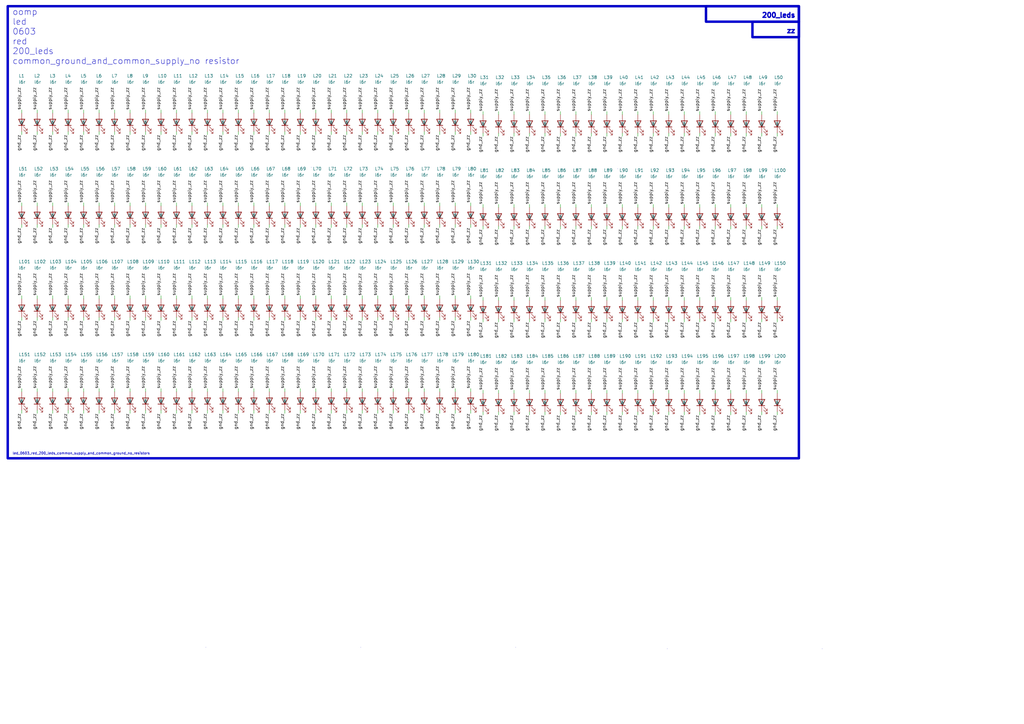
<source format=kicad_sch>
(kicad_sch (version 20230121) (generator eeschema)
  (paper "A3")
  (wire (pts (xy 261.62 54.61) (xy 261.62 55.88)))
  (wire (pts (xy 91.44 83.185) (xy 91.44 84.455)))
  (wire (pts (xy 204.47 160.02) (xy 204.47 161.29)))
  (wire (pts (xy 53.34 168.275) (xy 53.34 169.545)))
  (wire (pts (xy 274.32 130.81) (xy 274.32 132.08)))
  (wire (pts (xy 306.07 83.82) (xy 306.07 85.09)))
  (wire (pts (xy 204.47 92.71) (xy 204.47 93.98)))
  (wire (pts (xy 193.04 168.275) (xy 193.04 169.545)))
  (wire (pts (xy 167.64 130.175) (xy 167.64 131.445)))
  (wire (pts (xy 193.04 45.085) (xy 193.04 46.355)))
  (wire (pts (xy 40.64 130.175) (xy 40.64 131.445)))
  (wire (pts (xy 66.04 121.285) (xy 66.04 122.555)))
  (wire (pts (xy 91.44 121.285) (xy 91.44 122.555)))
  (wire (pts (xy 287.02 83.82) (xy 287.02 85.09)))
  (wire (pts (xy 306.07 121.92) (xy 306.07 123.19)))
  (wire (pts (xy 85.09 121.285) (xy 85.09 122.555)))
  (wire (pts (xy 274.32 45.72) (xy 274.32 46.99)))
  (wire (pts (xy 223.52 45.72) (xy 223.52 46.99)))
  (wire (pts (xy 116.84 83.185) (xy 116.84 84.455)))
  (wire (pts (xy 293.37 54.61) (xy 293.37 55.88)))
  (wire (pts (xy 135.89 92.075) (xy 135.89 93.345)))
  (wire (pts (xy 8.89 168.275) (xy 8.89 169.545)))
  (wire (pts (xy 161.29 45.085) (xy 161.29 46.355)))
  (wire (pts (xy 261.62 121.92) (xy 261.62 123.19)))
  (wire (pts (xy 293.37 92.71) (xy 293.37 93.98)))
  (wire (pts (xy 21.59 92.075) (xy 21.59 93.345)))
  (wire (pts (xy 161.29 130.175) (xy 161.29 131.445)))
  (wire (pts (xy 236.22 121.92) (xy 236.22 123.19)))
  (wire (pts (xy 248.92 54.61) (xy 248.92 55.88)))
  (wire (pts (xy 173.99 168.275) (xy 173.99 169.545)))
  (wire (pts (xy 15.24 83.185) (xy 15.24 84.455)))
  (wire (pts (xy 72.39 45.085) (xy 72.39 46.355)))
  (wire (pts (xy 123.19 121.285) (xy 123.19 122.555)))
  (wire (pts (xy 198.12 130.81) (xy 198.12 132.08)))
  (wire (pts (xy 242.57 160.02) (xy 242.57 161.29)))
  (wire (pts (xy 180.34 168.275) (xy 180.34 169.545)))
  (wire (pts (xy 312.42 160.02) (xy 312.42 161.29)))
  (wire (pts (xy 85.09 130.175) (xy 85.09 131.445)))
  (wire (pts (xy 193.04 121.285) (xy 193.04 122.555)))
  (wire (pts (xy 27.94 45.085) (xy 27.94 46.355)))
  (wire (pts (xy 318.77 45.72) (xy 318.77 46.99)))
  (wire (pts (xy 198.12 121.92) (xy 198.12 123.19)))
  (wire (pts (xy 204.47 54.61) (xy 204.47 55.88)))
  (wire (pts (xy 21.59 121.285) (xy 21.59 122.555)))
  (wire (pts (xy 204.47 130.81) (xy 204.47 132.08)))
  (wire (pts (xy 46.99 45.085) (xy 46.99 46.355)))
  (wire (pts (xy 21.59 83.185) (xy 21.59 84.455)))
  (wire (pts (xy 193.04 130.175) (xy 193.04 131.445)))
  (wire (pts (xy 217.17 121.92) (xy 217.17 123.19)))
  (wire (pts (xy 78.74 159.385) (xy 78.74 160.655)))
  (wire (pts (xy 53.34 159.385) (xy 53.34 160.655)))
  (wire (pts (xy 72.39 130.175) (xy 72.39 131.445)))
  (wire (pts (xy 180.34 53.975) (xy 180.34 55.245)))
  (wire (pts (xy 167.64 121.285) (xy 167.64 122.555)))
  (wire (pts (xy 236.22 160.02) (xy 236.22 161.29)))
  (wire (pts (xy 27.94 53.975) (xy 27.94 55.245)))
  (wire (pts (xy 15.24 53.975) (xy 15.24 55.245)))
  (wire (pts (xy 104.14 121.285) (xy 104.14 122.555)))
  (wire (pts (xy 21.59 168.275) (xy 21.59 169.545)))
  (wire (pts (xy 173.99 83.185) (xy 173.99 84.455)))
  (wire (pts (xy 154.94 159.385) (xy 154.94 160.655)))
  (wire (pts (xy 193.04 159.385) (xy 193.04 160.655)))
  (wire (pts (xy 34.29 168.275) (xy 34.29 169.545)))
  (wire (pts (xy 110.49 168.275) (xy 110.49 169.545)))
  (wire (pts (xy 173.99 53.975) (xy 173.99 55.245)))
  (wire (pts (xy 154.94 92.075) (xy 154.94 93.345)))
  (wire (pts (xy 306.07 168.91) (xy 306.07 170.18)))
  (wire (pts (xy 123.19 45.085) (xy 123.19 46.355)))
  (wire (pts (xy 116.84 121.285) (xy 116.84 122.555)))
  (wire (pts (xy 318.77 121.92) (xy 318.77 123.19)))
  (wire (pts (xy 142.24 92.075) (xy 142.24 93.345)))
  (wire (pts (xy 110.49 45.085) (xy 110.49 46.355)))
  (wire (pts (xy 217.17 92.71) (xy 217.17 93.98)))
  (wire (pts (xy 267.97 54.61) (xy 267.97 55.88)))
  (wire (pts (xy 66.04 83.185) (xy 66.04 84.455)))
  (wire (pts (xy 217.17 160.02) (xy 217.17 161.29)))
  (wire (pts (xy 91.44 92.075) (xy 91.44 93.345)))
  (wire (pts (xy 287.02 45.72) (xy 287.02 46.99)))
  (wire (pts (xy 318.77 168.91) (xy 318.77 170.18)))
  (wire (pts (xy 85.09 159.385) (xy 85.09 160.655)))
  (wire (pts (xy 217.17 45.72) (xy 217.17 46.99)))
  (wire (pts (xy 217.17 168.91) (xy 217.17 170.18)))
  (wire (pts (xy 280.67 121.92) (xy 280.67 123.19)))
  (wire (pts (xy 154.94 83.185) (xy 154.94 84.455)))
  (wire (pts (xy 186.69 130.175) (xy 186.69 131.445)))
  (wire (pts (xy 261.62 92.71) (xy 261.62 93.98)))
  (wire (pts (xy 261.62 45.72) (xy 261.62 46.99)))
  (wire (pts (xy 198.12 160.02) (xy 198.12 161.29)))
  (wire (pts (xy 104.14 168.275) (xy 104.14 169.545)))
  (wire (pts (xy 34.29 45.085) (xy 34.29 46.355)))
  (wire (pts (xy 229.87 54.61) (xy 229.87 55.88)))
  (wire (pts (xy 318.77 160.02) (xy 318.77 161.29)))
  (wire (pts (xy 85.09 45.085) (xy 85.09 46.355)))
  (wire (pts (xy 173.99 121.285) (xy 173.99 122.555)))
  (wire (pts (xy 15.24 121.285) (xy 15.24 122.555)))
  (wire (pts (xy 104.14 45.085) (xy 104.14 46.355)))
  (wire (pts (xy 97.79 45.085) (xy 97.79 46.355)))
  (wire (pts (xy 135.89 83.185) (xy 135.89 84.455)))
  (wire (pts (xy 34.29 53.975) (xy 34.29 55.245)))
  (wire (pts (xy 72.39 121.285) (xy 72.39 122.555)))
  (wire (pts (xy 34.29 83.185) (xy 34.29 84.455)))
  (wire (pts (xy 210.82 130.81) (xy 210.82 132.08)))
  (wire (pts (xy 59.69 92.075) (xy 59.69 93.345)))
  (wire (pts (xy 255.27 83.82) (xy 255.27 85.09)))
  (wire (pts (xy 299.72 130.81) (xy 299.72 132.08)))
  (wire (pts (xy 72.39 53.975) (xy 72.39 55.245)))
  (wire (pts (xy 280.67 160.02) (xy 280.67 161.29)))
  (wire (pts (xy 217.17 83.82) (xy 217.17 85.09)))
  (wire (pts (xy 161.29 168.275) (xy 161.29 169.545)))
  (wire (pts (xy 173.99 159.385) (xy 173.99 160.655)))
  (wire (pts (xy 148.59 130.175) (xy 148.59 131.445)))
  (wire (pts (xy 135.89 45.085) (xy 135.89 46.355)))
  (wire (pts (xy 318.77 83.82) (xy 318.77 85.09)))
  (wire (pts (xy 306.07 130.81) (xy 306.07 132.08)))
  (wire (pts (xy 299.72 83.82) (xy 299.72 85.09)))
  (wire (pts (xy 123.19 53.975) (xy 123.19 55.245)))
  (wire (pts (xy 274.32 92.71) (xy 274.32 93.98)))
  (wire (pts (xy 223.52 160.02) (xy 223.52 161.29)))
  (wire (pts (xy 72.39 159.385) (xy 72.39 160.655)))
  (wire (pts (xy 34.29 159.385) (xy 34.29 160.655)))
  (wire (pts (xy 267.97 168.91) (xy 267.97 170.18)))
  (wire (pts (xy 72.39 168.275) (xy 72.39 169.545)))
  (wire (pts (xy 274.32 160.02) (xy 274.32 161.29)))
  (wire (pts (xy 72.39 92.075) (xy 72.39 93.345)))
  (wire (pts (xy 46.99 83.185) (xy 46.99 84.455)))
  (wire (pts (xy 255.27 160.02) (xy 255.27 161.29)))
  (wire (pts (xy 66.04 92.075) (xy 66.04 93.345)))
  (wire (pts (xy 223.52 168.91) (xy 223.52 170.18)))
  (wire (pts (xy 97.79 168.275) (xy 97.79 169.545)))
  (wire (pts (xy 318.77 130.81) (xy 318.77 132.08)))
  (wire (pts (xy 8.89 83.185) (xy 8.89 84.455)))
  (wire (pts (xy 167.64 159.385) (xy 167.64 160.655)))
  (wire (pts (xy 59.69 83.185) (xy 59.69 84.455)))
  (wire (pts (xy 236.22 130.81) (xy 236.22 132.08)))
  (wire (pts (xy 248.92 160.02) (xy 248.92 161.29)))
  (wire (pts (xy 267.97 92.71) (xy 267.97 93.98)))
  (wire (pts (xy 267.97 45.72) (xy 267.97 46.99)))
  (wire (pts (xy 312.42 130.81) (xy 312.42 132.08)))
  (wire (pts (xy 129.54 130.175) (xy 129.54 131.445)))
  (wire (pts (xy 129.54 83.185) (xy 129.54 84.455)))
  (wire (pts (xy 267.97 130.81) (xy 267.97 132.08)))
  (wire (pts (xy 21.59 130.175) (xy 21.59 131.445)))
  (wire (pts (xy 255.27 54.61) (xy 255.27 55.88)))
  (wire (pts (xy 223.52 121.92) (xy 223.52 123.19)))
  (wire (pts (xy 110.49 92.075) (xy 110.49 93.345)))
  (wire (pts (xy 312.42 83.82) (xy 312.42 85.09)))
  (wire (pts (xy 287.02 54.61) (xy 287.02 55.88)))
  (wire (pts (xy 267.97 160.02) (xy 267.97 161.29)))
  (wire (pts (xy 142.24 83.185) (xy 142.24 84.455)))
  (wire (pts (xy 318.77 54.61) (xy 318.77 55.88)))
  (wire (pts (xy 46.99 130.175) (xy 46.99 131.445)))
  (wire (pts (xy 8.89 130.175) (xy 8.89 131.445)))
  (wire (pts (xy 261.62 130.81) (xy 261.62 132.08)))
  (wire (pts (xy 267.97 121.92) (xy 267.97 123.19)))
  (wire (pts (xy 66.04 159.385) (xy 66.04 160.655)))
  (wire (pts (xy 78.74 53.975) (xy 78.74 55.245)))
  (wire (pts (xy 8.89 53.975) (xy 8.89 55.245)))
  (wire (pts (xy 280.67 130.81) (xy 280.67 132.08)))
  (wire (pts (xy 306.07 54.61) (xy 306.07 55.88)))
  (wire (pts (xy 27.94 159.385) (xy 27.94 160.655)))
  (wire (pts (xy 148.59 121.285) (xy 148.59 122.555)))
  (wire (pts (xy 135.89 168.275) (xy 135.89 169.545)))
  (wire (pts (xy 217.17 54.61) (xy 217.17 55.88)))
  (wire (pts (xy 173.99 92.075) (xy 173.99 93.345)))
  (wire (pts (xy 248.92 45.72) (xy 248.92 46.99)))
  (wire (pts (xy 318.77 92.71) (xy 318.77 93.98)))
  (wire (pts (xy 104.14 83.185) (xy 104.14 84.455)))
  (wire (pts (xy 161.29 159.385) (xy 161.29 160.655)))
  (wire (pts (xy 299.72 45.72) (xy 299.72 46.99)))
  (wire (pts (xy 280.67 168.91) (xy 280.67 170.18)))
  (wire (pts (xy 15.24 92.075) (xy 15.24 93.345)))
  (wire (pts (xy 142.24 121.285) (xy 142.24 122.555)))
  (wire (pts (xy 167.64 45.085) (xy 167.64 46.355)))
  (wire (pts (xy 46.99 92.075) (xy 46.99 93.345)))
  (wire (pts (xy 261.62 160.02) (xy 261.62 161.29)))
  (wire (pts (xy 97.79 159.385) (xy 97.79 160.655)))
  (wire (pts (xy 312.42 54.61) (xy 312.42 55.88)))
  (wire (pts (xy 59.69 130.175) (xy 59.69 131.445)))
  (wire (pts (xy 116.84 92.075) (xy 116.84 93.345)))
  (wire (pts (xy 210.82 45.72) (xy 210.82 46.99)))
  (wire (pts (xy 116.84 168.275) (xy 116.84 169.545)))
  (wire (pts (xy 287.02 160.02) (xy 287.02 161.29)))
  (wire (pts (xy 53.34 45.085) (xy 53.34 46.355)))
  (wire (pts (xy 59.69 45.085) (xy 59.69 46.355)))
  (wire (pts (xy 204.47 45.72) (xy 204.47 46.99)))
  (wire (pts (xy 229.87 160.02) (xy 229.87 161.29)))
  (wire (pts (xy 110.49 83.185) (xy 110.49 84.455)))
  (wire (pts (xy 15.24 45.085) (xy 15.24 46.355)))
  (wire (pts (xy 306.07 160.02) (xy 306.07 161.29)))
  (wire (pts (xy 193.04 83.185) (xy 193.04 84.455)))
  (wire (pts (xy 116.84 45.085) (xy 116.84 46.355)))
  (wire (pts (xy 59.69 53.975) (xy 59.69 55.245)))
  (wire (pts (xy 97.79 83.185) (xy 97.79 84.455)))
  (wire (pts (xy 85.09 168.275) (xy 85.09 169.545)))
  (wire (pts (xy 198.12 45.72) (xy 198.12 46.99)))
  (wire (pts (xy 116.84 53.975) (xy 116.84 55.245)))
  (wire (pts (xy 135.89 159.385) (xy 135.89 160.655)))
  (wire (pts (xy 97.79 53.975) (xy 97.79 55.245)))
  (wire (pts (xy 186.69 168.275) (xy 186.69 169.545)))
  (wire (pts (xy 255.27 130.81) (xy 255.27 132.08)))
  (wire (pts (xy 142.24 130.175) (xy 142.24 131.445)))
  (wire (pts (xy 210.82 160.02) (xy 210.82 161.29)))
  (wire (pts (xy 53.34 92.075) (xy 53.34 93.345)))
  (wire (pts (xy 274.32 121.92) (xy 274.32 123.19)))
  (wire (pts (xy 236.22 45.72) (xy 236.22 46.99)))
  (wire (pts (xy 148.59 168.275) (xy 148.59 169.545)))
  (wire (pts (xy 236.22 54.61) (xy 236.22 55.88)))
  (wire (pts (xy 236.22 168.91) (xy 236.22 170.18)))
  (wire (pts (xy 40.64 168.275) (xy 40.64 169.545)))
  (wire (pts (xy 229.87 45.72) (xy 229.87 46.99)))
  (wire (pts (xy 46.99 168.275) (xy 46.99 169.545)))
  (wire (pts (xy 167.64 168.275) (xy 167.64 169.545)))
  (wire (pts (xy 186.69 92.075) (xy 186.69 93.345)))
  (wire (pts (xy 8.89 92.075) (xy 8.89 93.345)))
  (wire (pts (xy 104.14 159.385) (xy 104.14 160.655)))
  (wire (pts (xy 53.34 53.975) (xy 53.34 55.245)))
  (wire (pts (xy 91.44 130.175) (xy 91.44 131.445)))
  (wire (pts (xy 217.17 130.81) (xy 217.17 132.08)))
  (wire (pts (xy 91.44 168.275) (xy 91.44 169.545)))
  (wire (pts (xy 255.27 92.71) (xy 255.27 93.98)))
  (wire (pts (xy 142.24 45.085) (xy 142.24 46.355)))
  (wire (pts (xy 142.24 168.275) (xy 142.24 169.545)))
  (wire (pts (xy 306.07 92.71) (xy 306.07 93.98)))
  (wire (pts (xy 167.64 92.075) (xy 167.64 93.345)))
  (wire (pts (xy 210.82 121.92) (xy 210.82 123.19)))
  (wire (pts (xy 186.69 83.185) (xy 186.69 84.455)))
  (wire (pts (xy 293.37 168.91) (xy 293.37 170.18)))
  (wire (pts (xy 242.57 168.91) (xy 242.57 170.18)))
  (wire (pts (xy 123.19 159.385) (xy 123.19 160.655)))
  (wire (pts (xy 91.44 159.385) (xy 91.44 160.655)))
  (wire (pts (xy 66.04 53.975) (xy 66.04 55.245)))
  (wire (pts (xy 274.32 83.82) (xy 274.32 85.09)))
  (wire (pts (xy 223.52 83.82) (xy 223.52 85.09)))
  (wire (pts (xy 110.49 159.385) (xy 110.49 160.655)))
  (wire (pts (xy 78.74 121.285) (xy 78.74 122.555)))
  (wire (pts (xy 21.59 53.975) (xy 21.59 55.245)))
  (wire (pts (xy 46.99 121.285) (xy 46.99 122.555)))
  (wire (pts (xy 261.62 168.91) (xy 261.62 170.18)))
  (wire (pts (xy 40.64 83.185) (xy 40.64 84.455)))
  (wire (pts (xy 15.24 168.275) (xy 15.24 169.545)))
  (wire (pts (xy 34.29 121.285) (xy 34.29 122.555)))
  (wire (pts (xy 180.34 121.285) (xy 180.34 122.555)))
  (wire (pts (xy 248.92 121.92) (xy 248.92 123.19)))
  (wire (pts (xy 186.69 121.285) (xy 186.69 122.555)))
  (wire (pts (xy 129.54 168.275) (xy 129.54 169.545)))
  (wire (pts (xy 312.42 121.92) (xy 312.42 123.19)))
  (wire (pts (xy 8.89 121.285) (xy 8.89 122.555)))
  (wire (pts (xy 91.44 53.975) (xy 91.44 55.245)))
  (wire (pts (xy 180.34 130.175) (xy 180.34 131.445)))
  (wire (pts (xy 180.34 83.185) (xy 180.34 84.455)))
  (wire (pts (xy 161.29 53.975) (xy 161.29 55.245)))
  (wire (pts (xy 78.74 83.185) (xy 78.74 84.455)))
  (wire (pts (xy 198.12 92.71) (xy 198.12 93.98)))
  (wire (pts (xy 293.37 83.82) (xy 293.37 85.09)))
  (wire (pts (xy 255.27 45.72) (xy 255.27 46.99)))
  (wire (pts (xy 78.74 168.275) (xy 78.74 169.545)))
  (wire (pts (xy 78.74 45.085) (xy 78.74 46.355)))
  (wire (pts (xy 59.69 121.285) (xy 59.69 122.555)))
  (wire (pts (xy 40.64 121.285) (xy 40.64 122.555)))
  (wire (pts (xy 186.69 53.975) (xy 186.69 55.245)))
  (wire (pts (xy 229.87 130.81) (xy 229.87 132.08)))
  (wire (pts (xy 148.59 159.385) (xy 148.59 160.655)))
  (wire (pts (xy 180.34 45.085) (xy 180.34 46.355)))
  (wire (pts (xy 15.24 159.385) (xy 15.24 160.655)))
  (wire (pts (xy 40.64 45.085) (xy 40.64 46.355)))
  (wire (pts (xy 287.02 168.91) (xy 287.02 170.18)))
  (wire (pts (xy 280.67 83.82) (xy 280.67 85.09)))
  (wire (pts (xy 210.82 83.82) (xy 210.82 85.09)))
  (wire (pts (xy 27.94 92.075) (xy 27.94 93.345)))
  (wire (pts (xy 229.87 121.92) (xy 229.87 123.19)))
  (wire (pts (xy 142.24 159.385) (xy 142.24 160.655)))
  (wire (pts (xy 123.19 83.185) (xy 123.19 84.455)))
  (wire (pts (xy 123.19 92.075) (xy 123.19 93.345)))
  (wire (pts (xy 53.34 130.175) (xy 53.34 131.445)))
  (wire (pts (xy 186.69 159.385) (xy 186.69 160.655)))
  (wire (pts (xy 287.02 121.92) (xy 287.02 123.19)))
  (wire (pts (xy 27.94 121.285) (xy 27.94 122.555)))
  (wire (pts (xy 198.12 83.82) (xy 198.12 85.09)))
  (wire (pts (xy 123.19 130.175) (xy 123.19 131.445)))
  (wire (pts (xy 154.94 168.275) (xy 154.94 169.545)))
  (wire (pts (xy 161.29 83.185) (xy 161.29 84.455)))
  (wire (pts (xy 148.59 92.075) (xy 148.59 93.345)))
  (wire (pts (xy 116.84 130.175) (xy 116.84 131.445)))
  (wire (pts (xy 154.94 53.975) (xy 154.94 55.245)))
  (wire (pts (xy 180.34 159.385) (xy 180.34 160.655)))
  (wire (pts (xy 255.27 121.92) (xy 255.27 123.19)))
  (wire (pts (xy 135.89 53.975) (xy 135.89 55.245)))
  (wire (pts (xy 129.54 45.085) (xy 129.54 46.355)))
  (wire (pts (xy 210.82 54.61) (xy 210.82 55.88)))
  (wire (pts (xy 66.04 45.085) (xy 66.04 46.355)))
  (wire (pts (xy 280.67 92.71) (xy 280.67 93.98)))
  (wire (pts (xy 40.64 53.975) (xy 40.64 55.245)))
  (wire (pts (xy 27.94 130.175) (xy 27.94 131.445)))
  (wire (pts (xy 78.74 130.175) (xy 78.74 131.445)))
  (wire (pts (xy 97.79 121.285) (xy 97.79 122.555)))
  (wire (pts (xy 66.04 130.175) (xy 66.04 131.445)))
  (wire (pts (xy 46.99 53.975) (xy 46.99 55.245)))
  (wire (pts (xy 274.32 54.61) (xy 274.32 55.88)))
  (wire (pts (xy 242.57 83.82) (xy 242.57 85.09)))
  (wire (pts (xy 173.99 130.175) (xy 173.99 131.445)))
  (wire (pts (xy 204.47 168.91) (xy 204.47 170.18)))
  (wire (pts (xy 72.39 83.185) (xy 72.39 84.455)))
  (wire (pts (xy 91.44 45.085) (xy 91.44 46.355)))
  (wire (pts (xy 104.14 53.975) (xy 104.14 55.245)))
  (wire (pts (xy 242.57 54.61) (xy 242.57 55.88)))
  (wire (pts (xy 85.09 53.975) (xy 85.09 55.245)))
  (wire (pts (xy 280.67 45.72) (xy 280.67 46.99)))
  (wire (pts (xy 110.49 53.975) (xy 110.49 55.245)))
  (wire (pts (xy 78.74 92.075) (xy 78.74 93.345)))
  (wire (pts (xy 293.37 160.02) (xy 293.37 161.29)))
  (wire (pts (xy 180.34 92.075) (xy 180.34 93.345)))
  (wire (pts (xy 53.34 121.285) (xy 53.34 122.555)))
  (wire (pts (xy 236.22 83.82) (xy 236.22 85.09)))
  (wire (pts (xy 129.54 53.975) (xy 129.54 55.245)))
  (wire (pts (xy 280.67 54.61) (xy 280.67 55.88)))
  (wire (pts (xy 173.99 45.085) (xy 173.99 46.355)))
  (wire (pts (xy 142.24 53.975) (xy 142.24 55.245)))
  (wire (pts (xy 129.54 159.385) (xy 129.54 160.655)))
  (wire (pts (xy 59.69 159.385) (xy 59.69 160.655)))
  (wire (pts (xy 129.54 121.285) (xy 129.54 122.555)))
  (wire (pts (xy 135.89 121.285) (xy 135.89 122.555)))
  (wire (pts (xy 8.89 159.385) (xy 8.89 160.655)))
  (wire (pts (xy 27.94 168.275) (xy 27.94 169.545)))
  (wire (pts (xy 104.14 92.075) (xy 104.14 93.345)))
  (wire (pts (xy 255.27 168.91) (xy 255.27 170.18)))
  (wire (pts (xy 27.94 83.185) (xy 27.94 84.455)))
  (wire (pts (xy 85.09 92.075) (xy 85.09 93.345)))
  (wire (pts (xy 312.42 168.91) (xy 312.42 170.18)))
  (wire (pts (xy 193.04 92.075) (xy 193.04 93.345)))
  (wire (pts (xy 97.79 92.075) (xy 97.79 93.345)))
  (wire (pts (xy 248.92 130.81) (xy 248.92 132.08)))
  (wire (pts (xy 198.12 168.91) (xy 198.12 170.18)))
  (wire (pts (xy 312.42 92.71) (xy 312.42 93.98)))
  (wire (pts (xy 34.29 130.175) (xy 34.29 131.445)))
  (wire (pts (xy 135.89 130.175) (xy 135.89 131.445)))
  (wire (pts (xy 210.82 92.71) (xy 210.82 93.98)))
  (wire (pts (xy 161.29 92.075) (xy 161.29 93.345)))
  (wire (pts (xy 154.94 45.085) (xy 154.94 46.355)))
  (wire (pts (xy 66.04 168.275) (xy 66.04 169.545)))
  (wire (pts (xy 21.59 45.085) (xy 21.59 46.355)))
  (wire (pts (xy 242.57 92.71) (xy 242.57 93.98)))
  (wire (pts (xy 242.57 45.72) (xy 242.57 46.99)))
  (wire (pts (xy 59.69 168.275) (xy 59.69 169.545)))
  (wire (pts (xy 229.87 168.91) (xy 229.87 170.18)))
  (wire (pts (xy 167.64 83.185) (xy 167.64 84.455)))
  (wire (pts (xy 116.84 159.385) (xy 116.84 160.655)))
  (wire (pts (xy 299.72 54.61) (xy 299.72 55.88)))
  (wire (pts (xy 267.97 83.82) (xy 267.97 85.09)))
  (wire (pts (xy 242.57 130.81) (xy 242.57 132.08)))
  (wire (pts (xy 287.02 92.71) (xy 287.02 93.98)))
  (wire (pts (xy 248.92 168.91) (xy 248.92 170.18)))
  (wire (pts (xy 248.92 92.71) (xy 248.92 93.98)))
  (wire (pts (xy 40.64 159.385) (xy 40.64 160.655)))
  (wire (pts (xy 210.82 168.91) (xy 210.82 170.18)))
  (wire (pts (xy 85.09 83.185) (xy 85.09 84.455)))
  (wire (pts (xy 148.59 45.085) (xy 148.59 46.355)))
  (wire (pts (xy 193.04 53.975) (xy 193.04 55.245)))
  (wire (pts (xy 15.24 130.175) (xy 15.24 131.445)))
  (wire (pts (xy 186.69 45.085) (xy 186.69 46.355)))
  (wire (pts (xy 223.52 92.71) (xy 223.52 93.98)))
  (wire (pts (xy 299.72 168.91) (xy 299.72 170.18)))
  (wire (pts (xy 21.59 159.385) (xy 21.59 160.655)))
  (wire (pts (xy 204.47 83.82) (xy 204.47 85.09)))
  (wire (pts (xy 293.37 45.72) (xy 293.37 46.99)))
  (wire (pts (xy 312.42 45.72) (xy 312.42 46.99)))
  (wire (pts (xy 46.99 159.385) (xy 46.99 160.655)))
  (wire (pts (xy 287.02 130.81) (xy 287.02 132.08)))
  (wire (pts (xy 161.29 121.285) (xy 161.29 122.555)))
  (wire (pts (xy 293.37 130.81) (xy 293.37 132.08)))
  (wire (pts (xy 274.32 168.91) (xy 274.32 170.18)))
  (wire (pts (xy 299.72 92.71) (xy 299.72 93.98)))
  (wire (pts (xy 248.92 83.82) (xy 248.92 85.09)))
  (wire (pts (xy 97.79 130.175) (xy 97.79 131.445)))
  (wire (pts (xy 229.87 92.71) (xy 229.87 93.98)))
  (wire (pts (xy 40.64 92.075) (xy 40.64 93.345)))
  (wire (pts (xy 293.37 121.92) (xy 293.37 123.19)))
  (wire (pts (xy 148.59 83.185) (xy 148.59 84.455)))
  (wire (pts (xy 148.59 53.975) (xy 148.59 55.245)))
  (wire (pts (xy 198.12 54.61) (xy 198.12 55.88)))
  (wire (pts (xy 204.47 121.92) (xy 204.47 123.19)))
  (wire (pts (xy 110.49 121.285) (xy 110.49 122.555)))
  (wire (pts (xy 223.52 54.61) (xy 223.52 55.88)))
  (wire (pts (xy 8.89 45.085) (xy 8.89 46.355)))
  (wire (pts (xy 299.72 160.02) (xy 299.72 161.29)))
  (wire (pts (xy 129.54 92.075) (xy 129.54 93.345)))
  (wire (pts (xy 154.94 121.285) (xy 154.94 122.555)))
  (wire (pts (xy 123.19 168.275) (xy 123.19 169.545)))
  (wire (pts (xy 223.52 130.81) (xy 223.52 132.08)))
  (wire (pts (xy 261.62 83.82) (xy 261.62 85.09)))
  (wire (pts (xy 53.34 83.185) (xy 53.34 84.455)))
  (wire (pts (xy 242.57 121.92) (xy 242.57 123.19)))
  (wire (pts (xy 299.72 121.92) (xy 299.72 123.19)))
  (wire (pts (xy 110.49 130.175) (xy 110.49 131.445)))
  (wire (pts (xy 229.87 83.82) (xy 229.87 85.09)))
  (wire (pts (xy 154.94 130.175) (xy 154.94 131.445)))
  (wire (pts (xy 236.22 92.71) (xy 236.22 93.98)))
  (wire (pts (xy 306.07 45.72) (xy 306.07 46.99)))
  (wire (pts (xy 167.64 53.975) (xy 167.64 55.245)))
  (wire (pts (xy 34.29 92.075) (xy 34.29 93.345)))
  (wire (pts (xy 104.14 130.175) (xy 104.14 131.445)))
  (rectangle (start 316.865 145.415) (end 316.865 145.415))
  (rectangle (start 127.635 106.68) (end 127.635 106.68))
  (rectangle (start 253.365 145.415) (end 253.365 145.415))
  (rectangle (start 253.365 107.315) (end 253.365 107.315))
  (rectangle (start 316.865 107.315) (end 316.865 107.315))
  (rectangle (start 308.61 8.89) (end 327.66 15.24) (stroke (width 1)))
  (rectangle (start 253.365 69.215) (end 253.365 69.215))
  (rectangle (start 273.685 266.065) (end 273.685 266.065))
  (rectangle (start 289.56 2.54) (end 327.66 8.89) (stroke (width 1)))
  (rectangle (start 211.455 265.43) (end 211.455 265.43))
  (rectangle (start 64.135 144.78) (end 64.135 144.78))
  (rectangle (start 337.185 266.065) (end 337.185 266.065))
  (rectangle (start 127.635 144.78) (end 127.635 144.78))
  (rectangle (start 191.135 144.78) (end 191.135 144.78))
  (rectangle (start 84.455 265.43) (end 84.455 265.43))
  (rectangle (start 147.955 265.43) (end 147.955 265.43))
  (rectangle (start 191.135 106.68) (end 191.135 106.68))
  (rectangle (start 316.865 69.215) (end 316.865 69.215))
  (rectangle (start 191.135 68.58) (end 191.135 68.58))
  (rectangle (start 3.175 2.54) (end 327.66 187.96) (stroke (width 1)))
  (rectangle (start 64.135 106.68) (end 64.135 106.68))
  (rectangle (start 127.635 68.58) (end 127.635 68.58))
  (rectangle (start 64.135 68.58) (end 64.135 68.58))
  (text "zz" (at 326.39 13.97 0) (effects (font (size 2 2) (thickness 0.8) bold) (justify right bottom)))
  (text "oomp\nled\n0603\nred\n200_leds\ncommon_ground_and_common_supply_no resistor\n" (at 5.08 26.67 0) (effects (font (size 2.5 2.5)) (justify left bottom)))
  (text "led_0603_red_200_leds_common_supply_and_common_ground_no_resistors" (at 5.08 186.69 0) (effects (font (size 1 1)) (justify left bottom)))
  (text "200_leds" (at 326.39 7.62 0) (effects (font (size 2 2) (thickness 0.8) bold) (justify right bottom)))
  (label "gnd_zz" (at 193.04 93.345 270))
  (label "gnd_zz" (at 204.47 170.18 270))
  (label "supply_zz" (at 154.94 45.085 90))
  (label "supply_zz" (at 46.99 121.285 90))
  (label "supply_zz" (at 78.74 83.185 90))
  (label "supply_zz" (at 210.82 160.02 90))
  (label "gnd_zz" (at 34.29 55.245 270))
  (label "gnd_zz" (at 293.37 170.18 270))
  (label "gnd_zz" (at 129.54 169.545 270))
  (label "supply_zz" (at 280.67 121.92 90))
  (label "supply_zz" (at 223.52 160.02 90))
  (label "supply_zz" (at 198.12 45.72 90))
  (label "gnd_zz" (at 135.89 55.245 270))
  (label "supply_zz" (at 154.94 83.185 90))
  (label "supply_zz" (at 85.09 159.385 90))
  (label "supply_zz" (at 217.17 45.72 90))
  (label "supply_zz" (at 242.57 121.92 90))
  (label "supply_zz" (at 318.77 121.92 90))
  (label "gnd_zz" (at 78.74 93.345 270))
  (label "gnd_zz" (at 299.72 132.08 270))
  (label "supply_zz" (at 193.04 45.085 90))
  (label "supply_zz" (at 293.37 83.82 90))
  (label "gnd_zz" (at 204.47 55.88 270))
  (label "supply_zz" (at 104.14 45.085 90))
  (label "gnd_zz" (at 255.27 170.18 270))
  (label "supply_zz" (at 123.19 159.385 90))
  (label "supply_zz" (at 59.69 83.185 90))
  (label "gnd_zz" (at 59.69 169.545 270))
  (label "supply_zz" (at 97.79 159.385 90))
  (label "gnd_zz" (at 167.64 55.245 270))
  (label "gnd_zz" (at 229.87 93.98 270))
  (label "gnd_zz" (at 236.22 93.98 270))
  (label "gnd_zz" (at 91.44 169.545 270))
  (label "supply_zz" (at 154.94 159.385 90))
  (label "gnd_zz" (at 255.27 132.08 270))
  (label "gnd_zz" (at 287.02 132.08 270))
  (label "gnd_zz" (at 123.19 169.545 270))
  (label "supply_zz" (at 280.67 83.82 90))
  (label "supply_zz" (at 261.62 160.02 90))
  (label "supply_zz" (at 104.14 121.285 90))
  (label "supply_zz" (at 217.17 160.02 90))
  (label "supply_zz" (at 27.94 83.185 90))
  (label "supply_zz" (at 148.59 83.185 90))
  (label "supply_zz" (at 85.09 121.285 90))
  (label "gnd_zz" (at 299.72 170.18 270))
  (label "supply_zz" (at 110.49 45.085 90))
  (label "gnd_zz" (at 53.34 131.445 270))
  (label "gnd_zz" (at 248.92 55.88 270))
  (label "supply_zz" (at 198.12 121.92 90))
  (label "gnd_zz" (at 59.69 55.245 270))
  (label "gnd_zz" (at 116.84 93.345 270))
  (label "gnd_zz" (at 85.09 169.545 270))
  (label "supply_zz" (at 154.94 121.285 90))
  (label "supply_zz" (at 204.47 121.92 90))
  (label "supply_zz" (at 8.89 121.285 90))
  (label "supply_zz" (at 66.04 45.085 90))
  (label "supply_zz" (at 142.24 83.185 90))
  (label "gnd_zz" (at 85.09 55.245 270))
  (label "supply_zz" (at 40.64 159.385 90))
  (label "gnd_zz" (at 186.69 169.545 270))
  (label "gnd_zz" (at 97.79 169.545 270))
  (label "supply_zz" (at 306.07 83.82 90))
  (label "supply_zz" (at 142.24 121.285 90))
  (label "gnd_zz" (at 123.19 93.345 270))
  (label "gnd_zz" (at 312.42 93.98 270))
  (label "gnd_zz" (at 40.64 131.445 270))
  (label "supply_zz" (at 123.19 45.085 90))
  (label "supply_zz" (at 193.04 83.185 90))
  (label "supply_zz" (at 223.52 45.72 90))
  (label "supply_zz" (at 287.02 45.72 90))
  (label "gnd_zz" (at 91.44 93.345 270))
  (label "supply_zz" (at 104.14 83.185 90))
  (label "supply_zz" (at 34.29 45.085 90))
  (label "gnd_zz" (at 21.59 131.445 270))
  (label "supply_zz" (at 72.39 83.185 90))
  (label "gnd_zz" (at 104.14 131.445 270))
  (label "gnd_zz" (at 154.94 169.545 270))
  (label "gnd_zz" (at 15.24 93.345 270))
  (label "gnd_zz" (at 306.07 93.98 270))
  (label "gnd_zz" (at 116.84 55.245 270))
  (label "gnd_zz" (at 46.99 93.345 270))
  (label "supply_zz" (at 306.07 45.72 90))
  (label "supply_zz" (at 40.64 121.285 90))
  (label "supply_zz" (at 267.97 121.92 90))
  (label "gnd_zz" (at 40.64 169.545 270))
  (label "supply_zz" (at 293.37 45.72 90))
  (label "gnd_zz" (at 248.92 132.08 270))
  (label "gnd_zz" (at 293.37 132.08 270))
  (label "supply_zz" (at 129.54 159.385 90))
  (label "gnd_zz" (at 154.94 93.345 270))
  (label "gnd_zz" (at 274.32 55.88 270))
  (label "supply_zz" (at 148.59 159.385 90))
  (label "gnd_zz" (at 236.22 132.08 270))
  (label "supply_zz" (at 78.74 121.285 90))
  (label "supply_zz" (at 148.59 121.285 90))
  (label "gnd_zz" (at 229.87 55.88 270))
  (label "supply_zz" (at 198.12 83.82 90))
  (label "gnd_zz" (at 223.52 93.98 270))
  (label "gnd_zz" (at 72.39 131.445 270))
  (label "supply_zz" (at 53.34 159.385 90))
  (label "gnd_zz" (at 148.59 55.245 270))
  (label "gnd_zz" (at 91.44 55.245 270))
  (label "gnd_zz" (at 110.49 169.545 270))
  (label "supply_zz" (at 97.79 45.085 90))
  (label "gnd_zz" (at 274.32 132.08 270))
  (label "supply_zz" (at 306.07 121.92 90))
  (label "gnd_zz" (at 293.37 55.88 270))
  (label "supply_zz" (at 91.44 83.185 90))
  (label "supply_zz" (at 27.94 121.285 90))
  (label "supply_zz" (at 110.49 159.385 90))
  (label "gnd_zz" (at 287.02 93.98 270))
  (label "gnd_zz" (at 142.24 169.545 270))
  (label "gnd_zz" (at 210.82 55.88 270))
  (label "gnd_zz" (at 97.79 55.245 270))
  (label "supply_zz" (at 180.34 159.385 90))
  (label "gnd_zz" (at 110.49 93.345 270))
  (label "gnd_zz" (at 142.24 55.245 270))
  (label "supply_zz" (at 299.72 121.92 90))
  (label "supply_zz" (at 66.04 83.185 90))
  (label "gnd_zz" (at 91.44 131.445 270))
  (label "gnd_zz" (at 123.19 55.245 270))
  (label "gnd_zz" (at 248.92 93.98 270))
  (label "gnd_zz" (at 306.07 55.88 270))
  (label "supply_zz" (at 59.69 45.085 90))
  (label "supply_zz" (at 59.69 159.385 90))
  (label "gnd_zz" (at 280.67 93.98 270))
  (label "gnd_zz" (at 129.54 55.245 270))
  (label "gnd_zz" (at 148.59 169.545 270))
  (label "gnd_zz" (at 236.22 55.88 270))
  (label "gnd_zz" (at 27.94 131.445 270))
  (label "gnd_zz" (at 8.89 93.345 270))
  (label "gnd_zz" (at 129.54 131.445 270))
  (label "gnd_zz" (at 318.77 132.08 270))
  (label "gnd_zz" (at 210.82 93.98 270))
  (label "gnd_zz" (at 142.24 93.345 270))
  (label "supply_zz" (at 180.34 121.285 90))
  (label "gnd_zz" (at 59.69 131.445 270))
  (label "supply_zz" (at 299.72 45.72 90))
  (label "supply_zz" (at 167.64 159.385 90))
  (label "gnd_zz" (at 267.97 132.08 270))
  (label "gnd_zz" (at 306.07 170.18 270))
  (label "supply_zz" (at 123.19 121.285 90))
  (label "supply_zz" (at 287.02 160.02 90))
  (label "supply_zz" (at 15.24 121.285 90))
  (label "supply_zz" (at 72.39 121.285 90))
  (label "supply_zz" (at 287.02 121.92 90))
  (label "gnd_zz" (at 167.64 131.445 270))
  (label "gnd_zz" (at 242.57 93.98 270))
  (label "gnd_zz" (at 173.99 131.445 270))
  (label "gnd_zz" (at 267.97 170.18 270))
  (label "supply_zz" (at 135.89 45.085 90))
  (label "supply_zz" (at 53.34 83.185 90))
  (label "gnd_zz" (at 161.29 131.445 270))
  (label "supply_zz" (at 21.59 121.285 90))
  (label "gnd_zz" (at 142.24 131.445 270))
  (label "gnd_zz" (at 186.69 131.445 270))
  (label "gnd_zz" (at 104.14 55.245 270))
  (label "gnd_zz" (at 72.39 93.345 270))
  (label "supply_zz" (at 306.07 160.02 90))
  (label "gnd_zz" (at 287.02 55.88 270))
  (label "gnd_zz" (at 135.89 93.345 270))
  (label "supply_zz" (at 110.49 121.285 90))
  (label "gnd_zz" (at 255.27 93.98 270))
  (label "gnd_zz" (at 97.79 93.345 270))
  (label "supply_zz" (at 104.14 159.385 90))
  (label "gnd_zz" (at 248.92 170.18 270))
  (label "supply_zz" (at 248.92 121.92 90))
  (label "supply_zz" (at 312.42 121.92 90))
  (label "supply_zz" (at 21.59 45.085 90))
  (label "supply_zz" (at 255.27 160.02 90))
  (label "gnd_zz" (at 318.77 93.98 270))
  (label "supply_zz" (at 161.29 121.285 90))
  (label "supply_zz" (at 217.17 121.92 90))
  (label "gnd_zz" (at 242.57 170.18 270))
  (label "supply_zz" (at 318.77 45.72 90))
  (label "gnd_zz" (at 318.77 55.88 270))
  (label "supply_zz" (at 91.44 159.385 90))
  (label "gnd_zz" (at 46.99 169.545 270))
  (label "gnd_zz" (at 148.59 93.345 270))
  (label "gnd_zz" (at 116.84 131.445 270))
  (label "supply_zz" (at 312.42 83.82 90))
  (label "supply_zz" (at 34.29 159.385 90))
  (label "gnd_zz" (at 198.12 132.08 270))
  (label "supply_zz" (at 217.17 83.82 90))
  (label "supply_zz" (at 293.37 160.02 90))
  (label "supply_zz" (at 173.99 159.385 90))
  (label "supply_zz" (at 167.64 45.085 90))
  (label "gnd_zz" (at 27.94 55.245 270))
  (label "gnd_zz" (at 34.29 169.545 270))
  (label "gnd_zz" (at 21.59 55.245 270))
  (label "supply_zz" (at 274.32 121.92 90))
  (label "gnd_zz" (at 173.99 169.545 270))
  (label "gnd_zz" (at 223.52 55.88 270))
  (label "gnd_zz" (at 299.72 55.88 270))
  (label "supply_zz" (at 27.94 45.085 90))
  (label "gnd_zz" (at 66.04 55.245 270))
  (label "supply_zz" (at 236.22 121.92 90))
  (label "supply_zz" (at 72.39 45.085 90))
  (label "gnd_zz" (at 66.04 131.445 270))
  (label "supply_zz" (at 34.29 121.285 90))
  (label "gnd_zz" (at 8.89 169.545 270))
  (label "gnd_zz" (at 242.57 55.88 270))
  (label "gnd_zz" (at 154.94 55.245 270))
  (label "gnd_zz" (at 186.69 93.345 270))
  (label "gnd_zz" (at 306.07 132.08 270))
  (label "supply_zz" (at 274.32 45.72 90))
  (label "supply_zz" (at 15.24 83.185 90))
  (label "supply_zz" (at 261.62 121.92 90))
  (label "gnd_zz" (at 180.34 93.345 270))
  (label "supply_zz" (at 204.47 160.02 90))
  (label "gnd_zz" (at 236.22 170.18 270))
  (label "gnd_zz" (at 46.99 55.245 270))
  (label "supply_zz" (at 116.84 83.185 90))
  (label "gnd_zz" (at 8.89 131.445 270))
  (label "gnd_zz" (at 261.62 132.08 270))
  (label "gnd_zz" (at 312.42 132.08 270))
  (label "gnd_zz" (at 78.74 55.245 270))
  (label "gnd_zz" (at 8.89 55.245 270))
  (label "gnd_zz" (at 198.12 93.98 270))
  (label "supply_zz" (at 97.79 83.185 90))
  (label "gnd_zz" (at 167.64 93.345 270))
  (label "supply_zz" (at 267.97 45.72 90))
  (label "supply_zz" (at 34.29 83.185 90))
  (label "supply_zz" (at 91.44 45.085 90))
  (label "supply_zz" (at 173.99 45.085 90))
  (label "supply_zz" (at 242.57 45.72 90))
  (label "supply_zz" (at 248.92 45.72 90))
  (label "supply_zz" (at 229.87 160.02 90))
  (label "supply_zz" (at 198.12 160.02 90))
  (label "gnd_zz" (at 318.77 170.18 270))
  (label "gnd_zz" (at 173.99 93.345 270))
  (label "supply_zz" (at 229.87 45.72 90))
  (label "supply_zz" (at 161.29 45.085 90))
  (label "gnd_zz" (at 40.64 55.245 270))
  (label "supply_zz" (at 110.49 83.185 90))
  (label "gnd_zz" (at 210.82 170.18 270))
  (label "gnd_zz" (at 85.09 131.445 270))
  (label "gnd_zz" (at 53.34 93.345 270))
  (label "gnd_zz" (at 255.27 55.88 270))
  (label "gnd_zz" (at 110.49 131.445 270))
  (label "gnd_zz" (at 21.59 93.345 270))
  (label "supply_zz" (at 21.59 83.185 90))
  (label "supply_zz" (at 255.27 83.82 90))
  (label "supply_zz" (at 180.34 45.085 90))
  (label "supply_zz" (at 27.94 159.385 90))
  (label "supply_zz" (at 129.54 45.085 90))
  (label "gnd_zz" (at 66.04 93.345 270))
  (label "gnd_zz" (at 27.94 93.345 270))
  (label "gnd_zz" (at 193.04 169.545 270))
  (label "gnd_zz" (at 287.02 170.18 270))
  (label "gnd_zz" (at 27.94 169.545 270))
  (label "supply_zz" (at 40.64 45.085 90))
  (label "supply_zz" (at 312.42 45.72 90))
  (label "supply_zz" (at 267.97 160.02 90))
  (label "supply_zz" (at 91.44 121.285 90))
  (label "supply_zz" (at 318.77 83.82 90))
  (label "supply_zz" (at 180.34 83.185 90))
  (label "gnd_zz" (at 229.87 132.08 270))
  (label "supply_zz" (at 129.54 121.285 90))
  (label "gnd_zz" (at 21.59 169.545 270))
  (label "supply_zz" (at 142.24 159.385 90))
  (label "supply_zz" (at 210.82 83.82 90))
  (label "gnd_zz" (at 78.74 169.545 270))
  (label "gnd_zz" (at 72.39 169.545 270))
  (label "gnd_zz" (at 299.72 93.98 270))
  (label "gnd_zz" (at 53.34 55.245 270))
  (label "supply_zz" (at 135.89 83.185 90))
  (label "gnd_zz" (at 312.42 170.18 270))
  (label "supply_zz" (at 8.89 83.185 90))
  (label "supply_zz" (at 85.09 45.085 90))
  (label "supply_zz" (at 223.52 121.92 90))
  (label "gnd_zz" (at 15.24 131.445 270))
  (label "gnd_zz" (at 267.97 55.88 270))
  (label "supply_zz" (at 186.69 159.385 90))
  (label "gnd_zz" (at 280.67 170.18 270))
  (label "supply_zz" (at 299.72 83.82 90))
  (label "gnd_zz" (at 204.47 93.98 270))
  (label "supply_zz" (at 299.72 160.02 90))
  (label "supply_zz" (at 242.57 160.02 90))
  (label "supply_zz" (at 186.69 121.285 90))
  (label "gnd_zz" (at 15.24 169.545 270))
  (label "gnd_zz" (at 210.82 132.08 270))
  (label "gnd_zz" (at 116.84 169.545 270))
  (label "supply_zz" (at 280.67 160.02 90))
  (label "supply_zz" (at 274.32 83.82 90))
  (label "gnd_zz" (at 97.79 131.445 270))
  (label "supply_zz" (at 242.57 83.82 90))
  (label "supply_zz" (at 66.04 159.385 90))
  (label "supply_zz" (at 255.27 121.92 90))
  (label "gnd_zz" (at 229.87 170.18 270))
  (label "supply_zz" (at 161.29 83.185 90))
  (label "gnd_zz" (at 53.34 169.545 270))
  (label "supply_zz" (at 78.74 45.085 90))
  (label "gnd_zz" (at 242.57 132.08 270))
  (label "supply_zz" (at 46.99 159.385 90))
  (label "gnd_zz" (at 161.29 55.245 270))
  (label "gnd_zz" (at 312.42 55.88 270))
  (label "supply_zz" (at 135.89 121.285 90))
  (label "supply_zz" (at 142.24 45.085 90))
  (label "supply_zz" (at 148.59 45.085 90))
  (label "supply_zz" (at 173.99 83.185 90))
  (label "supply_zz" (at 46.99 45.085 90))
  (label "supply_zz" (at 15.24 159.385 90))
  (label "supply_zz" (at 116.84 121.285 90))
  (label "supply_zz" (at 236.22 160.02 90))
  (label "gnd_zz" (at 34.29 131.445 270))
  (label "gnd_zz" (at 135.89 131.445 270))
  (label "gnd_zz" (at 274.32 93.98 270))
  (label "supply_zz" (at 255.27 45.72 90))
  (label "gnd_zz" (at 104.14 93.345 270))
  (label "gnd_zz" (at 161.29 93.345 270))
  (label "gnd_zz" (at 34.29 93.345 270))
  (label "supply_zz" (at 161.29 159.385 90))
  (label "supply_zz" (at 15.24 45.085 90))
  (label "supply_zz" (at 261.62 45.72 90))
  (label "gnd_zz" (at 261.62 93.98 270))
  (label "supply_zz" (at 167.64 121.285 90))
  (label "supply_zz" (at 223.52 83.82 90))
  (label "gnd_zz" (at 293.37 93.98 270))
  (label "supply_zz" (at 236.22 45.72 90))
  (label "supply_zz" (at 267.97 83.82 90))
  (label "supply_zz" (at 193.04 159.385 90))
  (label "gnd_zz" (at 15.24 55.245 270))
  (label "gnd_zz" (at 217.17 132.08 270))
  (label "gnd_zz" (at 173.99 55.245 270))
  (label "gnd_zz" (at 198.12 170.18 270))
  (label "gnd_zz" (at 193.04 55.245 270))
  (label "supply_zz" (at 116.84 159.385 90))
  (label "gnd_zz" (at 78.74 131.445 270))
  (label "supply_zz" (at 135.89 159.385 90))
  (label "gnd_zz" (at 223.52 170.18 270))
  (label "gnd_zz" (at 46.99 131.445 270))
  (label "gnd_zz" (at 161.29 169.545 270))
  (label "supply_zz" (at 97.79 121.285 90))
  (label "supply_zz" (at 46.99 83.185 90))
  (label "gnd_zz" (at 154.94 131.445 270))
  (label "supply_zz" (at 318.77 160.02 90))
  (label "supply_zz" (at 210.82 45.72 90))
  (label "supply_zz" (at 293.37 121.92 90))
  (label "gnd_zz" (at 261.62 55.88 270))
  (label "supply_zz" (at 53.34 45.085 90))
  (label "supply_zz" (at 204.47 45.72 90))
  (label "supply_zz" (at 53.34 121.285 90))
  (label "supply_zz" (at 236.22 83.82 90))
  (label "gnd_zz" (at 59.69 93.345 270))
  (label "gnd_zz" (at 85.09 93.345 270))
  (label "supply_zz" (at 229.87 121.92 90))
  (label "supply_zz" (at 72.39 159.385 90))
  (label "supply_zz" (at 193.04 121.285 90))
  (label "supply_zz" (at 186.69 45.085 90))
  (label "supply_zz" (at 210.82 121.92 90))
  (label "gnd_zz" (at 104.14 169.545 270))
  (label "gnd_zz" (at 123.19 131.445 270))
  (label "supply_zz" (at 287.02 83.82 90))
  (label "gnd_zz" (at 186.69 55.245 270))
  (label "supply_zz" (at 8.89 45.085 90))
  (label "supply_zz" (at 78.74 159.385 90))
  (label "gnd_zz" (at 180.34 55.245 270))
  (label "gnd_zz" (at 72.39 55.245 270))
  (label "gnd_zz" (at 217.17 55.88 270))
  (label "gnd_zz" (at 40.64 93.345 270))
  (label "supply_zz" (at 312.42 160.02 90))
  (label "supply_zz" (at 167.64 83.185 90))
  (label "supply_zz" (at 229.87 83.82 90))
  (label "gnd_zz" (at 198.12 55.88 270))
  (label "gnd_zz" (at 148.59 131.445 270))
  (label "gnd_zz" (at 193.04 131.445 270))
  (label "supply_zz" (at 274.32 160.02 90))
  (label "supply_zz" (at 59.69 121.285 90))
  (label "gnd_zz" (at 280.67 55.88 270))
  (label "gnd_zz" (at 204.47 132.08 270))
  (label "gnd_zz" (at 167.64 169.545 270))
  (label "supply_zz" (at 66.04 121.285 90))
  (label "gnd_zz" (at 280.67 132.08 270))
  (label "gnd_zz" (at 180.34 169.545 270))
  (label "gnd_zz" (at 129.54 93.345 270))
  (label "supply_zz" (at 123.19 83.185 90))
  (label "supply_zz" (at 173.99 121.285 90))
  (label "gnd_zz" (at 217.17 170.18 270))
  (label "gnd_zz" (at 135.89 169.545 270))
  (label "gnd_zz" (at 267.97 93.98 270))
  (label "supply_zz" (at 248.92 160.02 90))
  (label "supply_zz" (at 261.62 83.82 90))
  (label "supply_zz" (at 186.69 83.185 90))
  (label "supply_zz" (at 116.84 45.085 90))
  (label "gnd_zz" (at 180.34 131.445 270))
  (label "gnd_zz" (at 261.62 170.18 270))
  (label "gnd_zz" (at 223.52 132.08 270))
  (label "gnd_zz" (at 66.04 169.545 270))
  (label "supply_zz" (at 85.09 83.185 90))
  (label "gnd_zz" (at 217.17 93.98 270))
  (label "supply_zz" (at 248.92 83.82 90))
  (label "gnd_zz" (at 274.32 170.18 270))
  (label "supply_zz" (at 129.54 83.185 90))
  (label "supply_zz" (at 280.67 45.72 90))
  (label "supply_zz" (at 40.64 83.185 90))
  (label "supply_zz" (at 8.89 159.385 90))
  (label "supply_zz" (at 204.47 83.82 90))
  (label "gnd_zz" (at 110.49 55.245 270))
  (label "supply_zz" (at 21.59 159.385 90))
  (symbol (lib_id "oomlout_oomp_part_symbols:l6r_electronic_led_0603_red") (at 242.57 50.8 90) (unit 1)
    (property "Reference" "L38" (at 241.3 31.75 90) (effects (justify right)))
    (property "Value" "l6r" (at 241.3 34.29 90) (effects (justify right)))
    (property "Footprint" "oomlout_oomp_part_footprints:l6r_electronic_led_0603_red" (effects hide))
    (property "Datasheet" "https://github.com/oomlout/oomlout_oomp_v3/parts/electronic_led_0603_red/datasheet.pdf" (effects hide))
  )
  (symbol (lib_id "oomlout_oomp_part_symbols:l6r_electronic_led_0603_red") (at 293.37 50.8 90) (unit 1)
    (property "Reference" "L46" (at 292.1 31.75 90) (effects (justify right)))
    (property "Value" "l6r" (at 292.1 34.29 90) (effects (justify right)))
    (property "Footprint" "oomlout_oomp_part_footprints:l6r_electronic_led_0603_red" (effects hide))
    (property "Datasheet" "https://github.com/oomlout/oomlout_oomp_v3/parts/electronic_led_0603_red/datasheet.pdf" (effects hide))
  )
  (symbol (lib_id "oomlout_oomp_part_symbols:l6r_electronic_led_0603_red") (at 97.79 50.165 90) (unit 1)
    (property "Reference" "L15" (at 96.52 31.115 90) (effects (justify right)))
    (property "Value" "l6r" (at 96.52 33.655 90) (effects (justify right)))
    (property "Footprint" "oomlout_oomp_part_footprints:l6r_electronic_led_0603_red" (effects hide))
    (property "Datasheet" "https://github.com/oomlout/oomlout_oomp_v3/parts/electronic_led_0603_red/datasheet.pdf" (effects hide))
  )
  (symbol (lib_id "oomlout_oomp_part_symbols:l6r_electronic_led_0603_red") (at 223.52 165.1 90) (unit 1)
    (property "Reference" "L185" (at 222.25 146.05 90) (effects (justify right)))
    (property "Value" "l6r" (at 222.25 148.59 90) (effects (justify right)))
    (property "Footprint" "oomlout_oomp_part_footprints:l6r_electronic_led_0603_red" (effects hide))
    (property "Datasheet" "https://github.com/oomlout/oomlout_oomp_v3/parts/electronic_led_0603_red/datasheet.pdf" (effects hide))
  )
  (symbol (lib_id "oomlout_oomp_part_symbols:l6r_electronic_led_0603_red") (at 15.24 88.265 90) (unit 1)
    (property "Reference" "L52" (at 13.97 69.215 90) (effects (justify right)))
    (property "Value" "l6r" (at 13.97 71.755 90) (effects (justify right)))
    (property "Footprint" "oomlout_oomp_part_footprints:l6r_electronic_led_0603_red" (effects hide))
    (property "Datasheet" "https://github.com/oomlout/oomlout_oomp_v3/parts/electronic_led_0603_red/datasheet.pdf" (effects hide))
  )
  (symbol (lib_id "oomlout_oomp_part_symbols:l6r_electronic_led_0603_red") (at 85.09 50.165 90) (unit 1)
    (property "Reference" "L13" (at 83.82 31.115 90) (effects (justify right)))
    (property "Value" "l6r" (at 83.82 33.655 90) (effects (justify right)))
    (property "Footprint" "oomlout_oomp_part_footprints:l6r_electronic_led_0603_red" (effects hide))
    (property "Datasheet" "https://github.com/oomlout/oomlout_oomp_v3/parts/electronic_led_0603_red/datasheet.pdf" (effects hide))
  )
  (symbol (lib_id "oomlout_oomp_part_symbols:l6r_electronic_led_0603_red") (at 27.94 50.165 90) (unit 1)
    (property "Reference" "L4" (at 26.67 31.115 90) (effects (justify right)))
    (property "Value" "l6r" (at 26.67 33.655 90) (effects (justify right)))
    (property "Footprint" "oomlout_oomp_part_footprints:l6r_electronic_led_0603_red" (effects hide))
    (property "Datasheet" "https://github.com/oomlout/oomlout_oomp_v3/parts/electronic_led_0603_red/datasheet.pdf" (effects hide))
  )
  (symbol (lib_id "oomlout_oomp_part_symbols:l6r_electronic_led_0603_red") (at 261.62 50.8 90) (unit 1)
    (property "Reference" "L41" (at 260.35 31.75 90) (effects (justify right)))
    (property "Value" "l6r" (at 260.35 34.29 90) (effects (justify right)))
    (property "Footprint" "oomlout_oomp_part_footprints:l6r_electronic_led_0603_red" (effects hide))
    (property "Datasheet" "https://github.com/oomlout/oomlout_oomp_v3/parts/electronic_led_0603_red/datasheet.pdf" (effects hide))
  )
  (symbol (lib_id "oomlout_oomp_part_symbols:l6r_electronic_led_0603_red") (at 274.32 127 90) (unit 1)
    (property "Reference" "L143" (at 273.05 107.95 90) (effects (justify right)))
    (property "Value" "l6r" (at 273.05 110.49 90) (effects (justify right)))
    (property "Footprint" "oomlout_oomp_part_footprints:l6r_electronic_led_0603_red" (effects hide))
    (property "Datasheet" "https://github.com/oomlout/oomlout_oomp_v3/parts/electronic_led_0603_red/datasheet.pdf" (effects hide))
  )
  (symbol (lib_id "oomlout_oomp_part_symbols:l6r_electronic_led_0603_red") (at 236.22 165.1 90) (unit 1)
    (property "Reference" "L187" (at 234.95 146.05 90) (effects (justify right)))
    (property "Value" "l6r" (at 234.95 148.59 90) (effects (justify right)))
    (property "Footprint" "oomlout_oomp_part_footprints:l6r_electronic_led_0603_red" (effects hide))
    (property "Datasheet" "https://github.com/oomlout/oomlout_oomp_v3/parts/electronic_led_0603_red/datasheet.pdf" (effects hide))
  )
  (symbol (lib_id "oomlout_oomp_part_symbols:l6r_electronic_led_0603_red") (at 104.14 126.365 90) (unit 1)
    (property "Reference" "L116" (at 102.87 107.315 90) (effects (justify right)))
    (property "Value" "l6r" (at 102.87 109.855 90) (effects (justify right)))
    (property "Footprint" "oomlout_oomp_part_footprints:l6r_electronic_led_0603_red" (effects hide))
    (property "Datasheet" "https://github.com/oomlout/oomlout_oomp_v3/parts/electronic_led_0603_red/datasheet.pdf" (effects hide))
  )
  (symbol (lib_id "oomlout_oomp_part_symbols:l6r_electronic_led_0603_red") (at 116.84 164.465 90) (unit 1)
    (property "Reference" "L168" (at 115.57 145.415 90) (effects (justify right)))
    (property "Value" "l6r" (at 115.57 147.955 90) (effects (justify right)))
    (property "Footprint" "oomlout_oomp_part_footprints:l6r_electronic_led_0603_red" (effects hide))
    (property "Datasheet" "https://github.com/oomlout/oomlout_oomp_v3/parts/electronic_led_0603_red/datasheet.pdf" (effects hide))
  )
  (symbol (lib_id "oomlout_oomp_part_symbols:l6r_electronic_led_0603_red") (at 198.12 127 90) (unit 1)
    (property "Reference" "L131" (at 196.85 107.95 90) (effects (justify right)))
    (property "Value" "l6r" (at 196.85 110.49 90) (effects (justify right)))
    (property "Footprint" "oomlout_oomp_part_footprints:l6r_electronic_led_0603_red" (effects hide))
    (property "Datasheet" "https://github.com/oomlout/oomlout_oomp_v3/parts/electronic_led_0603_red/datasheet.pdf" (effects hide))
  )
  (symbol (lib_id "oomlout_oomp_part_symbols:l6r_electronic_led_0603_red") (at 116.84 126.365 90) (unit 1)
    (property "Reference" "L118" (at 115.57 107.315 90) (effects (justify right)))
    (property "Value" "l6r" (at 115.57 109.855 90) (effects (justify right)))
    (property "Footprint" "oomlout_oomp_part_footprints:l6r_electronic_led_0603_red" (effects hide))
    (property "Datasheet" "https://github.com/oomlout/oomlout_oomp_v3/parts/electronic_led_0603_red/datasheet.pdf" (effects hide))
  )
  (symbol (lib_id "oomlout_oomp_part_symbols:l6r_electronic_led_0603_red") (at 299.72 88.9 90) (unit 1)
    (property "Reference" "L97" (at 298.45 69.85 90) (effects (justify right)))
    (property "Value" "l6r" (at 298.45 72.39 90) (effects (justify right)))
    (property "Footprint" "oomlout_oomp_part_footprints:l6r_electronic_led_0603_red" (effects hide))
    (property "Datasheet" "https://github.com/oomlout/oomlout_oomp_v3/parts/electronic_led_0603_red/datasheet.pdf" (effects hide))
  )
  (symbol (lib_id "oomlout_oomp_part_symbols:l6r_electronic_led_0603_red") (at 173.99 50.165 90) (unit 1)
    (property "Reference" "L27" (at 172.72 31.115 90) (effects (justify right)))
    (property "Value" "l6r" (at 172.72 33.655 90) (effects (justify right)))
    (property "Footprint" "oomlout_oomp_part_footprints:l6r_electronic_led_0603_red" (effects hide))
    (property "Datasheet" "https://github.com/oomlout/oomlout_oomp_v3/parts/electronic_led_0603_red/datasheet.pdf" (effects hide))
  )
  (symbol (lib_id "oomlout_oomp_part_symbols:l6r_electronic_led_0603_red") (at 78.74 126.365 90) (unit 1)
    (property "Reference" "L112" (at 77.47 107.315 90) (effects (justify right)))
    (property "Value" "l6r" (at 77.47 109.855 90) (effects (justify right)))
    (property "Footprint" "oomlout_oomp_part_footprints:l6r_electronic_led_0603_red" (effects hide))
    (property "Datasheet" "https://github.com/oomlout/oomlout_oomp_v3/parts/electronic_led_0603_red/datasheet.pdf" (effects hide))
  )
  (symbol (lib_id "oomlout_oomp_part_symbols:l6r_electronic_led_0603_red") (at 173.99 126.365 90) (unit 1)
    (property "Reference" "L127" (at 172.72 107.315 90) (effects (justify right)))
    (property "Value" "l6r" (at 172.72 109.855 90) (effects (justify right)))
    (property "Footprint" "oomlout_oomp_part_footprints:l6r_electronic_led_0603_red" (effects hide))
    (property "Datasheet" "https://github.com/oomlout/oomlout_oomp_v3/parts/electronic_led_0603_red/datasheet.pdf" (effects hide))
  )
  (symbol (lib_id "oomlout_oomp_part_symbols:l6r_electronic_led_0603_red") (at 193.04 164.465 90) (unit 1)
    (property "Reference" "L180" (at 191.77 145.415 90) (effects (justify right)))
    (property "Value" "l6r" (at 191.77 147.955 90) (effects (justify right)))
    (property "Footprint" "oomlout_oomp_part_footprints:l6r_electronic_led_0603_red" (effects hide))
    (property "Datasheet" "https://github.com/oomlout/oomlout_oomp_v3/parts/electronic_led_0603_red/datasheet.pdf" (effects hide))
  )
  (symbol (lib_id "oomlout_oomp_part_symbols:l6r_electronic_led_0603_red") (at 148.59 88.265 90) (unit 1)
    (property "Reference" "L73" (at 147.32 69.215 90) (effects (justify right)))
    (property "Value" "l6r" (at 147.32 71.755 90) (effects (justify right)))
    (property "Footprint" "oomlout_oomp_part_footprints:l6r_electronic_led_0603_red" (effects hide))
    (property "Datasheet" "https://github.com/oomlout/oomlout_oomp_v3/parts/electronic_led_0603_red/datasheet.pdf" (effects hide))
  )
  (symbol (lib_id "oomlout_oomp_part_symbols:l6r_electronic_led_0603_red") (at 97.79 164.465 90) (unit 1)
    (property "Reference" "L165" (at 96.52 145.415 90) (effects (justify right)))
    (property "Value" "l6r" (at 96.52 147.955 90) (effects (justify right)))
    (property "Footprint" "oomlout_oomp_part_footprints:l6r_electronic_led_0603_red" (effects hide))
    (property "Datasheet" "https://github.com/oomlout/oomlout_oomp_v3/parts/electronic_led_0603_red/datasheet.pdf" (effects hide))
  )
  (symbol (lib_id "oomlout_oomp_part_symbols:l6r_electronic_led_0603_red") (at 148.59 126.365 90) (unit 1)
    (property "Reference" "L123" (at 147.32 107.315 90) (effects (justify right)))
    (property "Value" "l6r" (at 147.32 109.855 90) (effects (justify right)))
    (property "Footprint" "oomlout_oomp_part_footprints:l6r_electronic_led_0603_red" (effects hide))
    (property "Datasheet" "https://github.com/oomlout/oomlout_oomp_v3/parts/electronic_led_0603_red/datasheet.pdf" (effects hide))
  )
  (symbol (lib_id "oomlout_oomp_part_symbols:l6r_electronic_led_0603_red") (at 198.12 165.1 90) (unit 1)
    (property "Reference" "L181" (at 196.85 146.05 90) (effects (justify right)))
    (property "Value" "l6r" (at 196.85 148.59 90) (effects (justify right)))
    (property "Footprint" "oomlout_oomp_part_footprints:l6r_electronic_led_0603_red" (effects hide))
    (property "Datasheet" "https://github.com/oomlout/oomlout_oomp_v3/parts/electronic_led_0603_red/datasheet.pdf" (effects hide))
  )
  (symbol (lib_id "oomlout_oomp_part_symbols:l6r_electronic_led_0603_red") (at 306.07 88.9 90) (unit 1)
    (property "Reference" "L98" (at 304.8 69.85 90) (effects (justify right)))
    (property "Value" "l6r" (at 304.8 72.39 90) (effects (justify right)))
    (property "Footprint" "oomlout_oomp_part_footprints:l6r_electronic_led_0603_red" (effects hide))
    (property "Datasheet" "https://github.com/oomlout/oomlout_oomp_v3/parts/electronic_led_0603_red/datasheet.pdf" (effects hide))
  )
  (symbol (lib_id "oomlout_oomp_part_symbols:l6r_electronic_led_0603_red") (at 306.07 165.1 90) (unit 1)
    (property "Reference" "L198" (at 304.8 146.05 90) (effects (justify right)))
    (property "Value" "l6r" (at 304.8 148.59 90) (effects (justify right)))
    (property "Footprint" "oomlout_oomp_part_footprints:l6r_electronic_led_0603_red" (effects hide))
    (property "Datasheet" "https://github.com/oomlout/oomlout_oomp_v3/parts/electronic_led_0603_red/datasheet.pdf" (effects hide))
  )
  (symbol (lib_id "oomlout_oomp_part_symbols:l6r_electronic_led_0603_red") (at 72.39 164.465 90) (unit 1)
    (property "Reference" "L161" (at 71.12 145.415 90) (effects (justify right)))
    (property "Value" "l6r" (at 71.12 147.955 90) (effects (justify right)))
    (property "Footprint" "oomlout_oomp_part_footprints:l6r_electronic_led_0603_red" (effects hide))
    (property "Datasheet" "https://github.com/oomlout/oomlout_oomp_v3/parts/electronic_led_0603_red/datasheet.pdf" (effects hide))
  )
  (symbol (lib_id "oomlout_oomp_part_symbols:l6r_electronic_led_0603_red") (at 236.22 127 90) (unit 1)
    (property "Reference" "L137" (at 234.95 107.95 90) (effects (justify right)))
    (property "Value" "l6r" (at 234.95 110.49 90) (effects (justify right)))
    (property "Footprint" "oomlout_oomp_part_footprints:l6r_electronic_led_0603_red" (effects hide))
    (property "Datasheet" "https://github.com/oomlout/oomlout_oomp_v3/parts/electronic_led_0603_red/datasheet.pdf" (effects hide))
  )
  (symbol (lib_id "oomlout_oomp_part_symbols:l6r_electronic_led_0603_red") (at 217.17 127 90) (unit 1)
    (property "Reference" "L134" (at 215.9 107.95 90) (effects (justify right)))
    (property "Value" "l6r" (at 215.9 110.49 90) (effects (justify right)))
    (property "Footprint" "oomlout_oomp_part_footprints:l6r_electronic_led_0603_red" (effects hide))
    (property "Datasheet" "https://github.com/oomlout/oomlout_oomp_v3/parts/electronic_led_0603_red/datasheet.pdf" (effects hide))
  )
  (symbol (lib_id "oomlout_oomp_part_symbols:l6r_electronic_led_0603_red") (at 312.42 127 90) (unit 1)
    (property "Reference" "L149" (at 311.15 107.95 90) (effects (justify right)))
    (property "Value" "l6r" (at 311.15 110.49 90) (effects (justify right)))
    (property "Footprint" "oomlout_oomp_part_footprints:l6r_electronic_led_0603_red" (effects hide))
    (property "Datasheet" "https://github.com/oomlout/oomlout_oomp_v3/parts/electronic_led_0603_red/datasheet.pdf" (effects hide))
  )
  (symbol (lib_id "oomlout_oomp_part_symbols:l6r_electronic_led_0603_red") (at 27.94 164.465 90) (unit 1)
    (property "Reference" "L154" (at 26.67 145.415 90) (effects (justify right)))
    (property "Value" "l6r" (at 26.67 147.955 90) (effects (justify right)))
    (property "Footprint" "oomlout_oomp_part_footprints:l6r_electronic_led_0603_red" (effects hide))
    (property "Datasheet" "https://github.com/oomlout/oomlout_oomp_v3/parts/electronic_led_0603_red/datasheet.pdf" (effects hide))
  )
  (symbol (lib_id "oomlout_oomp_part_symbols:l6r_electronic_led_0603_red") (at 27.94 126.365 90) (unit 1)
    (property "Reference" "L104" (at 26.67 107.315 90) (effects (justify right)))
    (property "Value" "l6r" (at 26.67 109.855 90) (effects (justify right)))
    (property "Footprint" "oomlout_oomp_part_footprints:l6r_electronic_led_0603_red" (effects hide))
    (property "Datasheet" "https://github.com/oomlout/oomlout_oomp_v3/parts/electronic_led_0603_red/datasheet.pdf" (effects hide))
  )
  (symbol (lib_id "oomlout_oomp_part_symbols:l6r_electronic_led_0603_red") (at 210.82 50.8 90) (unit 1)
    (property "Reference" "L33" (at 209.55 31.75 90) (effects (justify right)))
    (property "Value" "l6r" (at 209.55 34.29 90) (effects (justify right)))
    (property "Footprint" "oomlout_oomp_part_footprints:l6r_electronic_led_0603_red" (effects hide))
    (property "Datasheet" "https://github.com/oomlout/oomlout_oomp_v3/parts/electronic_led_0603_red/datasheet.pdf" (effects hide))
  )
  (symbol (lib_id "oomlout_oomp_part_symbols:l6r_electronic_led_0603_red") (at 186.69 50.165 90) (unit 1)
    (property "Reference" "L29" (at 185.42 31.115 90) (effects (justify right)))
    (property "Value" "l6r" (at 185.42 33.655 90) (effects (justify right)))
    (property "Footprint" "oomlout_oomp_part_footprints:l6r_electronic_led_0603_red" (effects hide))
    (property "Datasheet" "https://github.com/oomlout/oomlout_oomp_v3/parts/electronic_led_0603_red/datasheet.pdf" (effects hide))
  )
  (symbol (lib_id "oomlout_oomp_part_symbols:l6r_electronic_led_0603_red") (at 8.89 88.265 90) (unit 1)
    (property "Reference" "L51" (at 7.62 69.215 90) (effects (justify right)))
    (property "Value" "l6r" (at 7.62 71.755 90) (effects (justify right)))
    (property "Footprint" "oomlout_oomp_part_footprints:l6r_electronic_led_0603_red" (effects hide))
    (property "Datasheet" "https://github.com/oomlout/oomlout_oomp_v3/parts/electronic_led_0603_red/datasheet.pdf" (effects hide))
  )
  (symbol (lib_id "oomlout_oomp_part_symbols:l6r_electronic_led_0603_red") (at 267.97 127 90) (unit 1)
    (property "Reference" "L142" (at 266.7 107.95 90) (effects (justify right)))
    (property "Value" "l6r" (at 266.7 110.49 90) (effects (justify right)))
    (property "Footprint" "oomlout_oomp_part_footprints:l6r_electronic_led_0603_red" (effects hide))
    (property "Datasheet" "https://github.com/oomlout/oomlout_oomp_v3/parts/electronic_led_0603_red/datasheet.pdf" (effects hide))
  )
  (symbol (lib_id "oomlout_oomp_part_symbols:l6r_electronic_led_0603_red") (at 85.09 164.465 90) (unit 1)
    (property "Reference" "L163" (at 83.82 145.415 90) (effects (justify right)))
    (property "Value" "l6r" (at 83.82 147.955 90) (effects (justify right)))
    (property "Footprint" "oomlout_oomp_part_footprints:l6r_electronic_led_0603_red" (effects hide))
    (property "Datasheet" "https://github.com/oomlout/oomlout_oomp_v3/parts/electronic_led_0603_red/datasheet.pdf" (effects hide))
  )
  (symbol (lib_id "oomlout_oomp_part_symbols:l6r_electronic_led_0603_red") (at 306.07 127 90) (unit 1)
    (property "Reference" "L148" (at 304.8 107.95 90) (effects (justify right)))
    (property "Value" "l6r" (at 304.8 110.49 90) (effects (justify right)))
    (property "Footprint" "oomlout_oomp_part_footprints:l6r_electronic_led_0603_red" (effects hide))
    (property "Datasheet" "https://github.com/oomlout/oomlout_oomp_v3/parts/electronic_led_0603_red/datasheet.pdf" (effects hide))
  )
  (symbol (lib_id "oomlout_oomp_part_symbols:l6r_electronic_led_0603_red") (at 255.27 50.8 90) (unit 1)
    (property "Reference" "L40" (at 254 31.75 90) (effects (justify right)))
    (property "Value" "l6r" (at 254 34.29 90) (effects (justify right)))
    (property "Footprint" "oomlout_oomp_part_footprints:l6r_electronic_led_0603_red" (effects hide))
    (property "Datasheet" "https://github.com/oomlout/oomlout_oomp_v3/parts/electronic_led_0603_red/datasheet.pdf" (effects hide))
  )
  (symbol (lib_id "oomlout_oomp_part_symbols:l6r_electronic_led_0603_red") (at 15.24 126.365 90) (unit 1)
    (property "Reference" "L102" (at 13.97 107.315 90) (effects (justify right)))
    (property "Value" "l6r" (at 13.97 109.855 90) (effects (justify right)))
    (property "Footprint" "oomlout_oomp_part_footprints:l6r_electronic_led_0603_red" (effects hide))
    (property "Datasheet" "https://github.com/oomlout/oomlout_oomp_v3/parts/electronic_led_0603_red/datasheet.pdf" (effects hide))
  )
  (symbol (lib_id "oomlout_oomp_part_symbols:l6r_electronic_led_0603_red") (at 53.34 88.265 90) (unit 1)
    (property "Reference" "L58" (at 52.07 69.215 90) (effects (justify right)))
    (property "Value" "l6r" (at 52.07 71.755 90) (effects (justify right)))
    (property "Footprint" "oomlout_oomp_part_footprints:l6r_electronic_led_0603_red" (effects hide))
    (property "Datasheet" "https://github.com/oomlout/oomlout_oomp_v3/parts/electronic_led_0603_red/datasheet.pdf" (effects hide))
  )
  (symbol (lib_id "oomlout_oomp_part_symbols:l6r_electronic_led_0603_red") (at 318.77 127 90) (unit 1)
    (property "Reference" "L150" (at 317.5 107.95 90) (effects (justify right)))
    (property "Value" "l6r" (at 317.5 110.49 90) (effects (justify right)))
    (property "Footprint" "oomlout_oomp_part_footprints:l6r_electronic_led_0603_red" (effects hide))
    (property "Datasheet" "https://github.com/oomlout/oomlout_oomp_v3/parts/electronic_led_0603_red/datasheet.pdf" (effects hide))
  )
  (symbol (lib_id "oomlout_oomp_part_symbols:l6r_electronic_led_0603_red") (at 129.54 88.265 90) (unit 1)
    (property "Reference" "L70" (at 128.27 69.215 90) (effects (justify right)))
    (property "Value" "l6r" (at 128.27 71.755 90) (effects (justify right)))
    (property "Footprint" "oomlout_oomp_part_footprints:l6r_electronic_led_0603_red" (effects hide))
    (property "Datasheet" "https://github.com/oomlout/oomlout_oomp_v3/parts/electronic_led_0603_red/datasheet.pdf" (effects hide))
  )
  (symbol (lib_id "oomlout_oomp_part_symbols:l6r_electronic_led_0603_red") (at 123.19 50.165 90) (unit 1)
    (property "Reference" "L19" (at 121.92 31.115 90) (effects (justify right)))
    (property "Value" "l6r" (at 121.92 33.655 90) (effects (justify right)))
    (property "Footprint" "oomlout_oomp_part_footprints:l6r_electronic_led_0603_red" (effects hide))
    (property "Datasheet" "https://github.com/oomlout/oomlout_oomp_v3/parts/electronic_led_0603_red/datasheet.pdf" (effects hide))
  )
  (symbol (lib_id "oomlout_oomp_part_symbols:l6r_electronic_led_0603_red") (at 91.44 50.165 90) (unit 1)
    (property "Reference" "L14" (at 90.17 31.115 90) (effects (justify right)))
    (property "Value" "l6r" (at 90.17 33.655 90) (effects (justify right)))
    (property "Footprint" "oomlout_oomp_part_footprints:l6r_electronic_led_0603_red" (effects hide))
    (property "Datasheet" "https://github.com/oomlout/oomlout_oomp_v3/parts/electronic_led_0603_red/datasheet.pdf" (effects hide))
  )
  (symbol (lib_id "oomlout_oomp_part_symbols:l6r_electronic_led_0603_red") (at 53.34 50.165 90) (unit 1)
    (property "Reference" "L8" (at 52.07 31.115 90) (effects (justify right)))
    (property "Value" "l6r" (at 52.07 33.655 90) (effects (justify right)))
    (property "Footprint" "oomlout_oomp_part_footprints:l6r_electronic_led_0603_red" (effects hide))
    (property "Datasheet" "https://github.com/oomlout/oomlout_oomp_v3/parts/electronic_led_0603_red/datasheet.pdf" (effects hide))
  )
  (symbol (lib_id "oomlout_oomp_part_symbols:l6r_electronic_led_0603_red") (at 280.67 50.8 90) (unit 1)
    (property "Reference" "L44" (at 279.4 31.75 90) (effects (justify right)))
    (property "Value" "l6r" (at 279.4 34.29 90) (effects (justify right)))
    (property "Footprint" "oomlout_oomp_part_footprints:l6r_electronic_led_0603_red" (effects hide))
    (property "Datasheet" "https://github.com/oomlout/oomlout_oomp_v3/parts/electronic_led_0603_red/datasheet.pdf" (effects hide))
  )
  (symbol (lib_id "oomlout_oomp_part_symbols:l6r_electronic_led_0603_red") (at 21.59 50.165 90) (unit 1)
    (property "Reference" "L3" (at 20.32 31.115 90) (effects (justify right)))
    (property "Value" "l6r" (at 20.32 33.655 90) (effects (justify right)))
    (property "Footprint" "oomlout_oomp_part_footprints:l6r_electronic_led_0603_red" (effects hide))
    (property "Datasheet" "https://github.com/oomlout/oomlout_oomp_v3/parts/electronic_led_0603_red/datasheet.pdf" (effects hide))
  )
  (symbol (lib_id "oomlout_oomp_part_symbols:l6r_electronic_led_0603_red") (at 66.04 88.265 90) (unit 1)
    (property "Reference" "L60" (at 64.77 69.215 90) (effects (justify right)))
    (property "Value" "l6r" (at 64.77 71.755 90) (effects (justify right)))
    (property "Footprint" "oomlout_oomp_part_footprints:l6r_electronic_led_0603_red" (effects hide))
    (property "Datasheet" "https://github.com/oomlout/oomlout_oomp_v3/parts/electronic_led_0603_red/datasheet.pdf" (effects hide))
  )
  (symbol (lib_id "oomlout_oomp_part_symbols:l6r_electronic_led_0603_red") (at 46.99 164.465 90) (unit 1)
    (property "Reference" "L157" (at 45.72 145.415 90) (effects (justify right)))
    (property "Value" "l6r" (at 45.72 147.955 90) (effects (justify right)))
    (property "Footprint" "oomlout_oomp_part_footprints:l6r_electronic_led_0603_red" (effects hide))
    (property "Datasheet" "https://github.com/oomlout/oomlout_oomp_v3/parts/electronic_led_0603_red/datasheet.pdf" (effects hide))
  )
  (symbol (lib_id "oomlout_oomp_part_symbols:l6r_electronic_led_0603_red") (at 299.72 127 90) (unit 1)
    (property "Reference" "L147" (at 298.45 107.95 90) (effects (justify right)))
    (property "Value" "l6r" (at 298.45 110.49 90) (effects (justify right)))
    (property "Footprint" "oomlout_oomp_part_footprints:l6r_electronic_led_0603_red" (effects hide))
    (property "Datasheet" "https://github.com/oomlout/oomlout_oomp_v3/parts/electronic_led_0603_red/datasheet.pdf" (effects hide))
  )
  (symbol (lib_id "oomlout_oomp_part_symbols:l6r_electronic_led_0603_red") (at 8.89 164.465 90) (unit 1)
    (property "Reference" "L151" (at 7.62 145.415 90) (effects (justify right)))
    (property "Value" "l6r" (at 7.62 147.955 90) (effects (justify right)))
    (property "Footprint" "oomlout_oomp_part_footprints:l6r_electronic_led_0603_red" (effects hide))
    (property "Datasheet" "https://github.com/oomlout/oomlout_oomp_v3/parts/electronic_led_0603_red/datasheet.pdf" (effects hide))
  )
  (symbol (lib_id "oomlout_oomp_part_symbols:l6r_electronic_led_0603_red") (at 280.67 165.1 90) (unit 1)
    (property "Reference" "L194" (at 279.4 146.05 90) (effects (justify right)))
    (property "Value" "l6r" (at 279.4 148.59 90) (effects (justify right)))
    (property "Footprint" "oomlout_oomp_part_footprints:l6r_electronic_led_0603_red" (effects hide))
    (property "Datasheet" "https://github.com/oomlout/oomlout_oomp_v3/parts/electronic_led_0603_red/datasheet.pdf" (effects hide))
  )
  (symbol (lib_id "oomlout_oomp_part_symbols:l6r_electronic_led_0603_red") (at 193.04 50.165 90) (unit 1)
    (property "Reference" "L30" (at 191.77 31.115 90) (effects (justify right)))
    (property "Value" "l6r" (at 191.77 33.655 90) (effects (justify right)))
    (property "Footprint" "oomlout_oomp_part_footprints:l6r_electronic_led_0603_red" (effects hide))
    (property "Datasheet" "https://github.com/oomlout/oomlout_oomp_v3/parts/electronic_led_0603_red/datasheet.pdf" (effects hide))
  )
  (symbol (lib_id "oomlout_oomp_part_symbols:l6r_electronic_led_0603_red") (at 293.37 165.1 90) (unit 1)
    (property "Reference" "L196" (at 292.1 146.05 90) (effects (justify right)))
    (property "Value" "l6r" (at 292.1 148.59 90) (effects (justify right)))
    (property "Footprint" "oomlout_oomp_part_footprints:l6r_electronic_led_0603_red" (effects hide))
    (property "Datasheet" "https://github.com/oomlout/oomlout_oomp_v3/parts/electronic_led_0603_red/datasheet.pdf" (effects hide))
  )
  (symbol (lib_id "oomlout_oomp_part_symbols:l6r_electronic_led_0603_red") (at 280.67 88.9 90) (unit 1)
    (property "Reference" "L94" (at 279.4 69.85 90) (effects (justify right)))
    (property "Value" "l6r" (at 279.4 72.39 90) (effects (justify right)))
    (property "Footprint" "oomlout_oomp_part_footprints:l6r_electronic_led_0603_red" (effects hide))
    (property "Datasheet" "https://github.com/oomlout/oomlout_oomp_v3/parts/electronic_led_0603_red/datasheet.pdf" (effects hide))
  )
  (symbol (lib_id "oomlout_oomp_part_symbols:l6r_electronic_led_0603_red") (at 229.87 88.9 90) (unit 1)
    (property "Reference" "L86" (at 228.6 69.85 90) (effects (justify right)))
    (property "Value" "l6r" (at 228.6 72.39 90) (effects (justify right)))
    (property "Footprint" "oomlout_oomp_part_footprints:l6r_electronic_led_0603_red" (effects hide))
    (property "Datasheet" "https://github.com/oomlout/oomlout_oomp_v3/parts/electronic_led_0603_red/datasheet.pdf" (effects hide))
  )
  (symbol (lib_id "oomlout_oomp_part_symbols:l6r_electronic_led_0603_red") (at 223.52 127 90) (unit 1)
    (property "Reference" "L135" (at 222.25 107.95 90) (effects (justify right)))
    (property "Value" "l6r" (at 222.25 110.49 90) (effects (justify right)))
    (property "Footprint" "oomlout_oomp_part_footprints:l6r_electronic_led_0603_red" (effects hide))
    (property "Datasheet" "https://github.com/oomlout/oomlout_oomp_v3/parts/electronic_led_0603_red/datasheet.pdf" (effects hide))
  )
  (symbol (lib_id "oomlout_oomp_part_symbols:l6r_electronic_led_0603_red") (at 8.89 50.165 90) (unit 1)
    (property "Reference" "L1" (at 7.62 31.115 90) (effects (justify right)))
    (property "Value" "l6r" (at 7.62 33.655 90) (effects (justify right)))
    (property "Footprint" "oomlout_oomp_part_footprints:l6r_electronic_led_0603_red" (effects hide))
    (property "Datasheet" "https://github.com/oomlout/oomlout_oomp_v3/parts/electronic_led_0603_red/datasheet.pdf" (effects hide))
  )
  (symbol (lib_id "oomlout_oomp_part_symbols:l6r_electronic_led_0603_red") (at 248.92 88.9 90) (unit 1)
    (property "Reference" "L89" (at 247.65 69.85 90) (effects (justify right)))
    (property "Value" "l6r" (at 247.65 72.39 90) (effects (justify right)))
    (property "Footprint" "oomlout_oomp_part_footprints:l6r_electronic_led_0603_red" (effects hide))
    (property "Datasheet" "https://github.com/oomlout/oomlout_oomp_v3/parts/electronic_led_0603_red/datasheet.pdf" (effects hide))
  )
  (symbol (lib_id "oomlout_oomp_part_symbols:l6r_electronic_led_0603_red") (at 161.29 126.365 90) (unit 1)
    (property "Reference" "L125" (at 160.02 107.315 90) (effects (justify right)))
    (property "Value" "l6r" (at 160.02 109.855 90) (effects (justify right)))
    (property "Footprint" "oomlout_oomp_part_footprints:l6r_electronic_led_0603_red" (effects hide))
    (property "Datasheet" "https://github.com/oomlout/oomlout_oomp_v3/parts/electronic_led_0603_red/datasheet.pdf" (effects hide))
  )
  (symbol (lib_id "oomlout_oomp_part_symbols:l6r_electronic_led_0603_red") (at 59.69 50.165 90) (unit 1)
    (property "Reference" "L9" (at 58.42 31.115 90) (effects (justify right)))
    (property "Value" "l6r" (at 58.42 33.655 90) (effects (justify right)))
    (property "Footprint" "oomlout_oomp_part_footprints:l6r_electronic_led_0603_red" (effects hide))
    (property "Datasheet" "https://github.com/oomlout/oomlout_oomp_v3/parts/electronic_led_0603_red/datasheet.pdf" (effects hide))
  )
  (symbol (lib_id "oomlout_oomp_part_symbols:l6r_electronic_led_0603_red") (at 46.99 50.165 90) (unit 1)
    (property "Reference" "L7" (at 45.72 31.115 90) (effects (justify right)))
    (property "Value" "l6r" (at 45.72 33.655 90) (effects (justify right)))
    (property "Footprint" "oomlout_oomp_part_footprints:l6r_electronic_led_0603_red" (effects hide))
    (property "Datasheet" "https://github.com/oomlout/oomlout_oomp_v3/parts/electronic_led_0603_red/datasheet.pdf" (effects hide))
  )
  (symbol (lib_id "oomlout_oomp_part_symbols:l6r_electronic_led_0603_red") (at 135.89 50.165 90) (unit 1)
    (property "Reference" "L21" (at 134.62 31.115 90) (effects (justify right)))
    (property "Value" "l6r" (at 134.62 33.655 90) (effects (justify right)))
    (property "Footprint" "oomlout_oomp_part_footprints:l6r_electronic_led_0603_red" (effects hide))
    (property "Datasheet" "https://github.com/oomlout/oomlout_oomp_v3/parts/electronic_led_0603_red/datasheet.pdf" (effects hide))
  )
  (symbol (lib_id "oomlout_oomp_part_symbols:l6r_electronic_led_0603_red") (at 110.49 50.165 90) (unit 1)
    (property "Reference" "L17" (at 109.22 31.115 90) (effects (justify right)))
    (property "Value" "l6r" (at 109.22 33.655 90) (effects (justify right)))
    (property "Footprint" "oomlout_oomp_part_footprints:l6r_electronic_led_0603_red" (effects hide))
    (property "Datasheet" "https://github.com/oomlout/oomlout_oomp_v3/parts/electronic_led_0603_red/datasheet.pdf" (effects hide))
  )
  (symbol (lib_id "oomlout_oomp_part_symbols:l6r_electronic_led_0603_red") (at 46.99 126.365 90) (unit 1)
    (property "Reference" "L107" (at 45.72 107.315 90) (effects (justify right)))
    (property "Value" "l6r" (at 45.72 109.855 90) (effects (justify right)))
    (property "Footprint" "oomlout_oomp_part_footprints:l6r_electronic_led_0603_red" (effects hide))
    (property "Datasheet" "https://github.com/oomlout/oomlout_oomp_v3/parts/electronic_led_0603_red/datasheet.pdf" (effects hide))
  )
  (symbol (lib_id "oomlout_oomp_part_symbols:l6r_electronic_led_0603_red") (at 248.92 50.8 90) (unit 1)
    (property "Reference" "L39" (at 247.65 31.75 90) (effects (justify right)))
    (property "Value" "l6r" (at 247.65 34.29 90) (effects (justify right)))
    (property "Footprint" "oomlout_oomp_part_footprints:l6r_electronic_led_0603_red" (effects hide))
    (property "Datasheet" "https://github.com/oomlout/oomlout_oomp_v3/parts/electronic_led_0603_red/datasheet.pdf" (effects hide))
  )
  (symbol (lib_id "oomlout_oomp_part_symbols:l6r_electronic_led_0603_red") (at 193.04 88.265 90) (unit 1)
    (property "Reference" "L80" (at 191.77 69.215 90) (effects (justify right)))
    (property "Value" "l6r" (at 191.77 71.755 90) (effects (justify right)))
    (property "Footprint" "oomlout_oomp_part_footprints:l6r_electronic_led_0603_red" (effects hide))
    (property "Datasheet" "https://github.com/oomlout/oomlout_oomp_v3/parts/electronic_led_0603_red/datasheet.pdf" (effects hide))
  )
  (symbol (lib_id "oomlout_oomp_part_symbols:l6r_electronic_led_0603_red") (at 186.69 126.365 90) (unit 1)
    (property "Reference" "L129" (at 185.42 107.315 90) (effects (justify right)))
    (property "Value" "l6r" (at 185.42 109.855 90) (effects (justify right)))
    (property "Footprint" "oomlout_oomp_part_footprints:l6r_electronic_led_0603_red" (effects hide))
    (property "Datasheet" "https://github.com/oomlout/oomlout_oomp_v3/parts/electronic_led_0603_red/datasheet.pdf" (effects hide))
  )
  (symbol (lib_id "oomlout_oomp_part_symbols:l6r_electronic_led_0603_red") (at 261.62 165.1 90) (unit 1)
    (property "Reference" "L191" (at 260.35 146.05 90) (effects (justify right)))
    (property "Value" "l6r" (at 260.35 148.59 90) (effects (justify right)))
    (property "Footprint" "oomlout_oomp_part_footprints:l6r_electronic_led_0603_red" (effects hide))
    (property "Datasheet" "https://github.com/oomlout/oomlout_oomp_v3/parts/electronic_led_0603_red/datasheet.pdf" (effects hide))
  )
  (symbol (lib_id "oomlout_oomp_part_symbols:l6r_electronic_led_0603_red") (at 223.52 50.8 90) (unit 1)
    (property "Reference" "L35" (at 222.25 31.75 90) (effects (justify right)))
    (property "Value" "l6r" (at 222.25 34.29 90) (effects (justify right)))
    (property "Footprint" "oomlout_oomp_part_footprints:l6r_electronic_led_0603_red" (effects hide))
    (property "Datasheet" "https://github.com/oomlout/oomlout_oomp_v3/parts/electronic_led_0603_red/datasheet.pdf" (effects hide))
  )
  (symbol (lib_id "oomlout_oomp_part_symbols:l6r_electronic_led_0603_red") (at 129.54 126.365 90) (unit 1)
    (property "Reference" "L120" (at 128.27 107.315 90) (effects (justify right)))
    (property "Value" "l6r" (at 128.27 109.855 90) (effects (justify right)))
    (property "Footprint" "oomlout_oomp_part_footprints:l6r_electronic_led_0603_red" (effects hide))
    (property "Datasheet" "https://github.com/oomlout/oomlout_oomp_v3/parts/electronic_led_0603_red/datasheet.pdf" (effects hide))
  )
  (symbol (lib_id "oomlout_oomp_part_symbols:l6r_electronic_led_0603_red") (at 198.12 88.9 90) (unit 1)
    (property "Reference" "L81" (at 196.85 69.85 90) (effects (justify right)))
    (property "Value" "l6r" (at 196.85 72.39 90) (effects (justify right)))
    (property "Footprint" "oomlout_oomp_part_footprints:l6r_electronic_led_0603_red" (effects hide))
    (property "Datasheet" "https://github.com/oomlout/oomlout_oomp_v3/parts/electronic_led_0603_red/datasheet.pdf" (effects hide))
  )
  (symbol (lib_id "oomlout_oomp_part_symbols:l6r_electronic_led_0603_red") (at 21.59 164.465 90) (unit 1)
    (property "Reference" "L153" (at 20.32 145.415 90) (effects (justify right)))
    (property "Value" "l6r" (at 20.32 147.955 90) (effects (justify right)))
    (property "Footprint" "oomlout_oomp_part_footprints:l6r_electronic_led_0603_red" (effects hide))
    (property "Datasheet" "https://github.com/oomlout/oomlout_oomp_v3/parts/electronic_led_0603_red/datasheet.pdf" (effects hide))
  )
  (symbol (lib_id "oomlout_oomp_part_symbols:l6r_electronic_led_0603_red") (at 27.94 88.265 90) (unit 1)
    (property "Reference" "L54" (at 26.67 69.215 90) (effects (justify right)))
    (property "Value" "l6r" (at 26.67 71.755 90) (effects (justify right)))
    (property "Footprint" "oomlout_oomp_part_footprints:l6r_electronic_led_0603_red" (effects hide))
    (property "Datasheet" "https://github.com/oomlout/oomlout_oomp_v3/parts/electronic_led_0603_red/datasheet.pdf" (effects hide))
  )
  (symbol (lib_id "oomlout_oomp_part_symbols:l6r_electronic_led_0603_red") (at 306.07 50.8 90) (unit 1)
    (property "Reference" "L48" (at 304.8 31.75 90) (effects (justify right)))
    (property "Value" "l6r" (at 304.8 34.29 90) (effects (justify right)))
    (property "Footprint" "oomlout_oomp_part_footprints:l6r_electronic_led_0603_red" (effects hide))
    (property "Datasheet" "https://github.com/oomlout/oomlout_oomp_v3/parts/electronic_led_0603_red/datasheet.pdf" (effects hide))
  )
  (symbol (lib_id "oomlout_oomp_part_symbols:l6r_electronic_led_0603_red") (at 135.89 88.265 90) (unit 1)
    (property "Reference" "L71" (at 134.62 69.215 90) (effects (justify right)))
    (property "Value" "l6r" (at 134.62 71.755 90) (effects (justify right)))
    (property "Footprint" "oomlout_oomp_part_footprints:l6r_electronic_led_0603_red" (effects hide))
    (property "Datasheet" "https://github.com/oomlout/oomlout_oomp_v3/parts/electronic_led_0603_red/datasheet.pdf" (effects hide))
  )
  (symbol (lib_id "oomlout_oomp_part_symbols:l6r_electronic_led_0603_red") (at 116.84 50.165 90) (unit 1)
    (property "Reference" "L18" (at 115.57 31.115 90) (effects (justify right)))
    (property "Value" "l6r" (at 115.57 33.655 90) (effects (justify right)))
    (property "Footprint" "oomlout_oomp_part_footprints:l6r_electronic_led_0603_red" (effects hide))
    (property "Datasheet" "https://github.com/oomlout/oomlout_oomp_v3/parts/electronic_led_0603_red/datasheet.pdf" (effects hide))
  )
  (symbol (lib_id "oomlout_oomp_part_symbols:l6r_electronic_led_0603_red") (at 180.34 126.365 90) (unit 1)
    (property "Reference" "L128" (at 179.07 107.315 90) (effects (justify right)))
    (property "Value" "l6r" (at 179.07 109.855 90) (effects (justify right)))
    (property "Footprint" "oomlout_oomp_part_footprints:l6r_electronic_led_0603_red" (effects hide))
    (property "Datasheet" "https://github.com/oomlout/oomlout_oomp_v3/parts/electronic_led_0603_red/datasheet.pdf" (effects hide))
  )
  (symbol (lib_id "oomlout_oomp_part_symbols:l6r_electronic_led_0603_red") (at 167.64 50.165 90) (unit 1)
    (property "Reference" "L26" (at 166.37 31.115 90) (effects (justify right)))
    (property "Value" "l6r" (at 166.37 33.655 90) (effects (justify right)))
    (property "Footprint" "oomlout_oomp_part_footprints:l6r_electronic_led_0603_red" (effects hide))
    (property "Datasheet" "https://github.com/oomlout/oomlout_oomp_v3/parts/electronic_led_0603_red/datasheet.pdf" (effects hide))
  )
  (symbol (lib_id "oomlout_oomp_part_symbols:l6r_electronic_led_0603_red") (at 66.04 126.365 90) (unit 1)
    (property "Reference" "L110" (at 64.77 107.315 90) (effects (justify right)))
    (property "Value" "l6r" (at 64.77 109.855 90) (effects (justify right)))
    (property "Footprint" "oomlout_oomp_part_footprints:l6r_electronic_led_0603_red" (effects hide))
    (property "Datasheet" "https://github.com/oomlout/oomlout_oomp_v3/parts/electronic_led_0603_red/datasheet.pdf" (effects hide))
  )
  (symbol (lib_id "oomlout_oomp_part_symbols:l6r_electronic_led_0603_red") (at 15.24 50.165 90) (unit 1)
    (property "Reference" "L2" (at 13.97 31.115 90) (effects (justify right)))
    (property "Value" "l6r" (at 13.97 33.655 90) (effects (justify right)))
    (property "Footprint" "oomlout_oomp_part_footprints:l6r_electronic_led_0603_red" (effects hide))
    (property "Datasheet" "https://github.com/oomlout/oomlout_oomp_v3/parts/electronic_led_0603_red/datasheet.pdf" (effects hide))
  )
  (symbol (lib_id "oomlout_oomp_part_symbols:l6r_electronic_led_0603_red") (at 161.29 164.465 90) (unit 1)
    (property "Reference" "L175" (at 160.02 145.415 90) (effects (justify right)))
    (property "Value" "l6r" (at 160.02 147.955 90) (effects (justify right)))
    (property "Footprint" "oomlout_oomp_part_footprints:l6r_electronic_led_0603_red" (effects hide))
    (property "Datasheet" "https://github.com/oomlout/oomlout_oomp_v3/parts/electronic_led_0603_red/datasheet.pdf" (effects hide))
  )
  (symbol (lib_id "oomlout_oomp_part_symbols:l6r_electronic_led_0603_red") (at 210.82 88.9 90) (unit 1)
    (property "Reference" "L83" (at 209.55 69.85 90) (effects (justify right)))
    (property "Value" "l6r" (at 209.55 72.39 90) (effects (justify right)))
    (property "Footprint" "oomlout_oomp_part_footprints:l6r_electronic_led_0603_red" (effects hide))
    (property "Datasheet" "https://github.com/oomlout/oomlout_oomp_v3/parts/electronic_led_0603_red/datasheet.pdf" (effects hide))
  )
  (symbol (lib_id "oomlout_oomp_part_symbols:l6r_electronic_led_0603_red") (at 59.69 88.265 90) (unit 1)
    (property "Reference" "L59" (at 58.42 69.215 90) (effects (justify right)))
    (property "Value" "l6r" (at 58.42 71.755 90) (effects (justify right)))
    (property "Footprint" "oomlout_oomp_part_footprints:l6r_electronic_led_0603_red" (effects hide))
    (property "Datasheet" "https://github.com/oomlout/oomlout_oomp_v3/parts/electronic_led_0603_red/datasheet.pdf" (effects hide))
  )
  (symbol (lib_id "oomlout_oomp_part_symbols:l6r_electronic_led_0603_red") (at 167.64 88.265 90) (unit 1)
    (property "Reference" "L76" (at 166.37 69.215 90) (effects (justify right)))
    (property "Value" "l6r" (at 166.37 71.755 90) (effects (justify right)))
    (property "Footprint" "oomlout_oomp_part_footprints:l6r_electronic_led_0603_red" (effects hide))
    (property "Datasheet" "https://github.com/oomlout/oomlout_oomp_v3/parts/electronic_led_0603_red/datasheet.pdf" (effects hide))
  )
  (symbol (lib_id "oomlout_oomp_part_symbols:l6r_electronic_led_0603_red") (at 142.24 126.365 90) (unit 1)
    (property "Reference" "L122" (at 140.97 107.315 90) (effects (justify right)))
    (property "Value" "l6r" (at 140.97 109.855 90) (effects (justify right)))
    (property "Footprint" "oomlout_oomp_part_footprints:l6r_electronic_led_0603_red" (effects hide))
    (property "Datasheet" "https://github.com/oomlout/oomlout_oomp_v3/parts/electronic_led_0603_red/datasheet.pdf" (effects hide))
  )
  (symbol (lib_id "oomlout_oomp_part_symbols:l6r_electronic_led_0603_red") (at 287.02 88.9 90) (unit 1)
    (property "Reference" "L95" (at 285.75 69.85 90) (effects (justify right)))
    (property "Value" "l6r" (at 285.75 72.39 90) (effects (justify right)))
    (property "Footprint" "oomlout_oomp_part_footprints:l6r_electronic_led_0603_red" (effects hide))
    (property "Datasheet" "https://github.com/oomlout/oomlout_oomp_v3/parts/electronic_led_0603_red/datasheet.pdf" (effects hide))
  )
  (symbol (lib_id "oomlout_oomp_part_symbols:l6r_electronic_led_0603_red") (at 104.14 50.165 90) (unit 1)
    (property "Reference" "L16" (at 102.87 31.115 90) (effects (justify right)))
    (property "Value" "l6r" (at 102.87 33.655 90) (effects (justify right)))
    (property "Footprint" "oomlout_oomp_part_footprints:l6r_electronic_led_0603_red" (effects hide))
    (property "Datasheet" "https://github.com/oomlout/oomlout_oomp_v3/parts/electronic_led_0603_red/datasheet.pdf" (effects hide))
  )
  (symbol (lib_id "oomlout_oomp_part_symbols:l6r_electronic_led_0603_red") (at 91.44 126.365 90) (unit 1)
    (property "Reference" "L114" (at 90.17 107.315 90) (effects (justify right)))
    (property "Value" "l6r" (at 90.17 109.855 90) (effects (justify right)))
    (property "Footprint" "oomlout_oomp_part_footprints:l6r_electronic_led_0603_red" (effects hide))
    (property "Datasheet" "https://github.com/oomlout/oomlout_oomp_v3/parts/electronic_led_0603_red/datasheet.pdf" (effects hide))
  )
  (symbol (lib_id "oomlout_oomp_part_symbols:l6r_electronic_led_0603_red") (at 173.99 88.265 90) (unit 1)
    (property "Reference" "L77" (at 172.72 69.215 90) (effects (justify right)))
    (property "Value" "l6r" (at 172.72 71.755 90) (effects (justify right)))
    (property "Footprint" "oomlout_oomp_part_footprints:l6r_electronic_led_0603_red" (effects hide))
    (property "Datasheet" "https://github.com/oomlout/oomlout_oomp_v3/parts/electronic_led_0603_red/datasheet.pdf" (effects hide))
  )
  (symbol (lib_id "oomlout_oomp_part_symbols:l6r_electronic_led_0603_red") (at 204.47 50.8 90) (unit 1)
    (property "Reference" "L32" (at 203.2 31.75 90) (effects (justify right)))
    (property "Value" "l6r" (at 203.2 34.29 90) (effects (justify right)))
    (property "Footprint" "oomlout_oomp_part_footprints:l6r_electronic_led_0603_red" (effects hide))
    (property "Datasheet" "https://github.com/oomlout/oomlout_oomp_v3/parts/electronic_led_0603_red/datasheet.pdf" (effects hide))
  )
  (symbol (lib_id "oomlout_oomp_part_symbols:l6r_electronic_led_0603_red") (at 255.27 127 90) (unit 1)
    (property "Reference" "L140" (at 254 107.95 90) (effects (justify right)))
    (property "Value" "l6r" (at 254 110.49 90) (effects (justify right)))
    (property "Footprint" "oomlout_oomp_part_footprints:l6r_electronic_led_0603_red" (effects hide))
    (property "Datasheet" "https://github.com/oomlout/oomlout_oomp_v3/parts/electronic_led_0603_red/datasheet.pdf" (effects hide))
  )
  (symbol (lib_id "oomlout_oomp_part_symbols:l6r_electronic_led_0603_red") (at 85.09 88.265 90) (unit 1)
    (property "Reference" "L63" (at 83.82 69.215 90) (effects (justify right)))
    (property "Value" "l6r" (at 83.82 71.755 90) (effects (justify right)))
    (property "Footprint" "oomlout_oomp_part_footprints:l6r_electronic_led_0603_red" (effects hide))
    (property "Datasheet" "https://github.com/oomlout/oomlout_oomp_v3/parts/electronic_led_0603_red/datasheet.pdf" (effects hide))
  )
  (symbol (lib_id "oomlout_oomp_part_symbols:l6r_electronic_led_0603_red") (at 255.27 88.9 90) (unit 1)
    (property "Reference" "L90" (at 254 69.85 90) (effects (justify right)))
    (property "Value" "l6r" (at 254 72.39 90) (effects (justify right)))
    (property "Footprint" "oomlout_oomp_part_footprints:l6r_electronic_led_0603_red" (effects hide))
    (property "Datasheet" "https://github.com/oomlout/oomlout_oomp_v3/parts/electronic_led_0603_red/datasheet.pdf" (effects hide))
  )
  (symbol (lib_id "oomlout_oomp_part_symbols:l6r_electronic_led_0603_red") (at 34.29 88.265 90) (unit 1)
    (property "Reference" "L55" (at 33.02 69.215 90) (effects (justify right)))
    (property "Value" "l6r" (at 33.02 71.755 90) (effects (justify right)))
    (property "Footprint" "oomlout_oomp_part_footprints:l6r_electronic_led_0603_red" (effects hide))
    (property "Datasheet" "https://github.com/oomlout/oomlout_oomp_v3/parts/electronic_led_0603_red/datasheet.pdf" (effects hide))
  )
  (symbol (lib_id "oomlout_oomp_part_symbols:l6r_electronic_led_0603_red") (at 173.99 164.465 90) (unit 1)
    (property "Reference" "L177" (at 172.72 145.415 90) (effects (justify right)))
    (property "Value" "l6r" (at 172.72 147.955 90) (effects (justify right)))
    (property "Footprint" "oomlout_oomp_part_footprints:l6r_electronic_led_0603_red" (effects hide))
    (property "Datasheet" "https://github.com/oomlout/oomlout_oomp_v3/parts/electronic_led_0603_red/datasheet.pdf" (effects hide))
  )
  (symbol (lib_id "oomlout_oomp_part_symbols:l6r_electronic_led_0603_red") (at 154.94 126.365 90) (unit 1)
    (property "Reference" "L124" (at 153.67 107.315 90) (effects (justify right)))
    (property "Value" "l6r" (at 153.67 109.855 90) (effects (justify right)))
    (property "Footprint" "oomlout_oomp_part_footprints:l6r_electronic_led_0603_red" (effects hide))
    (property "Datasheet" "https://github.com/oomlout/oomlout_oomp_v3/parts/electronic_led_0603_red/datasheet.pdf" (effects hide))
  )
  (symbol (lib_id "oomlout_oomp_part_symbols:l6r_electronic_led_0603_red") (at 293.37 88.9 90) (unit 1)
    (property "Reference" "L96" (at 292.1 69.85 90) (effects (justify right)))
    (property "Value" "l6r" (at 292.1 72.39 90) (effects (justify right)))
    (property "Footprint" "oomlout_oomp_part_footprints:l6r_electronic_led_0603_red" (effects hide))
    (property "Datasheet" "https://github.com/oomlout/oomlout_oomp_v3/parts/electronic_led_0603_red/datasheet.pdf" (effects hide))
  )
  (symbol (lib_id "oomlout_oomp_part_symbols:l6r_electronic_led_0603_red") (at 204.47 165.1 90) (unit 1)
    (property "Reference" "L182" (at 203.2 146.05 90) (effects (justify right)))
    (property "Value" "l6r" (at 203.2 148.59 90) (effects (justify right)))
    (property "Footprint" "oomlout_oomp_part_footprints:l6r_electronic_led_0603_red" (effects hide))
    (property "Datasheet" "https://github.com/oomlout/oomlout_oomp_v3/parts/electronic_led_0603_red/datasheet.pdf" (effects hide))
  )
  (symbol (lib_id "oomlout_oomp_part_symbols:l6r_electronic_led_0603_red") (at 148.59 50.165 90) (unit 1)
    (property "Reference" "L23" (at 147.32 31.115 90) (effects (justify right)))
    (property "Value" "l6r" (at 147.32 33.655 90) (effects (justify right)))
    (property "Footprint" "oomlout_oomp_part_footprints:l6r_electronic_led_0603_red" (effects hide))
    (property "Datasheet" "https://github.com/oomlout/oomlout_oomp_v3/parts/electronic_led_0603_red/datasheet.pdf" (effects hide))
  )
  (symbol (lib_id "oomlout_oomp_part_symbols:l6r_electronic_led_0603_red") (at 154.94 50.165 90) (unit 1)
    (property "Reference" "L24" (at 153.67 31.115 90) (effects (justify right)))
    (property "Value" "l6r" (at 153.67 33.655 90) (effects (justify right)))
    (property "Footprint" "oomlout_oomp_part_footprints:l6r_electronic_led_0603_red" (effects hide))
    (property "Datasheet" "https://github.com/oomlout/oomlout_oomp_v3/parts/electronic_led_0603_red/datasheet.pdf" (effects hide))
  )
  (symbol (lib_id "oomlout_oomp_part_symbols:l6r_electronic_led_0603_red") (at 267.97 50.8 90) (unit 1)
    (property "Reference" "L42" (at 266.7 31.75 90) (effects (justify right)))
    (property "Value" "l6r" (at 266.7 34.29 90) (effects (justify right)))
    (property "Footprint" "oomlout_oomp_part_footprints:l6r_electronic_led_0603_red" (effects hide))
    (property "Datasheet" "https://github.com/oomlout/oomlout_oomp_v3/parts/electronic_led_0603_red/datasheet.pdf" (effects hide))
  )
  (symbol (lib_id "oomlout_oomp_part_symbols:l6r_electronic_led_0603_red") (at 85.09 126.365 90) (unit 1)
    (property "Reference" "L113" (at 83.82 107.315 90) (effects (justify right)))
    (property "Value" "l6r" (at 83.82 109.855 90) (effects (justify right)))
    (property "Footprint" "oomlout_oomp_part_footprints:l6r_electronic_led_0603_red" (effects hide))
    (property "Datasheet" "https://github.com/oomlout/oomlout_oomp_v3/parts/electronic_led_0603_red/datasheet.pdf" (effects hide))
  )
  (symbol (lib_id "oomlout_oomp_part_symbols:l6r_electronic_led_0603_red") (at 267.97 88.9 90) (unit 1)
    (property "Reference" "L92" (at 266.7 69.85 90) (effects (justify right)))
    (property "Value" "l6r" (at 266.7 72.39 90) (effects (justify right)))
    (property "Footprint" "oomlout_oomp_part_footprints:l6r_electronic_led_0603_red" (effects hide))
    (property "Datasheet" "https://github.com/oomlout/oomlout_oomp_v3/parts/electronic_led_0603_red/datasheet.pdf" (effects hide))
  )
  (symbol (lib_id "oomlout_oomp_part_symbols:l6r_electronic_led_0603_red") (at 78.74 50.165 90) (unit 1)
    (property "Reference" "L12" (at 77.47 31.115 90) (effects (justify right)))
    (property "Value" "l6r" (at 77.47 33.655 90) (effects (justify right)))
    (property "Footprint" "oomlout_oomp_part_footprints:l6r_electronic_led_0603_red" (effects hide))
    (property "Datasheet" "https://github.com/oomlout/oomlout_oomp_v3/parts/electronic_led_0603_red/datasheet.pdf" (effects hide))
  )
  (symbol (lib_id "oomlout_oomp_part_symbols:l6r_electronic_led_0603_red") (at 210.82 127 90) (unit 1)
    (property "Reference" "L133" (at 209.55 107.95 90) (effects (justify right)))
    (property "Value" "l6r" (at 209.55 110.49 90) (effects (justify right)))
    (property "Footprint" "oomlout_oomp_part_footprints:l6r_electronic_led_0603_red" (effects hide))
    (property "Datasheet" "https://github.com/oomlout/oomlout_oomp_v3/parts/electronic_led_0603_red/datasheet.pdf" (effects hide))
  )
  (symbol (lib_id "oomlout_oomp_part_symbols:l6r_electronic_led_0603_red") (at 267.97 165.1 90) (unit 1)
    (property "Reference" "L192" (at 266.7 146.05 90) (effects (justify right)))
    (property "Value" "l6r" (at 266.7 148.59 90) (effects (justify right)))
    (property "Footprint" "oomlout_oomp_part_footprints:l6r_electronic_led_0603_red" (effects hide))
    (property "Datasheet" "https://github.com/oomlout/oomlout_oomp_v3/parts/electronic_led_0603_red/datasheet.pdf" (effects hide))
  )
  (symbol (lib_id "oomlout_oomp_part_symbols:l6r_electronic_led_0603_red") (at 217.17 165.1 90) (unit 1)
    (property "Reference" "L184" (at 215.9 146.05 90) (effects (justify right)))
    (property "Value" "l6r" (at 215.9 148.59 90) (effects (justify right)))
    (property "Footprint" "oomlout_oomp_part_footprints:l6r_electronic_led_0603_red" (effects hide))
    (property "Datasheet" "https://github.com/oomlout/oomlout_oomp_v3/parts/electronic_led_0603_red/datasheet.pdf" (effects hide))
  )
  (symbol (lib_id "oomlout_oomp_part_symbols:l6r_electronic_led_0603_red") (at 161.29 88.265 90) (unit 1)
    (property "Reference" "L75" (at 160.02 69.215 90) (effects (justify right)))
    (property "Value" "l6r" (at 160.02 71.755 90) (effects (justify right)))
    (property "Footprint" "oomlout_oomp_part_footprints:l6r_electronic_led_0603_red" (effects hide))
    (property "Datasheet" "https://github.com/oomlout/oomlout_oomp_v3/parts/electronic_led_0603_red/datasheet.pdf" (effects hide))
  )
  (symbol (lib_id "oomlout_oomp_part_symbols:l6r_electronic_led_0603_red") (at 116.84 88.265 90) (unit 1)
    (property "Reference" "L68" (at 115.57 69.215 90) (effects (justify right)))
    (property "Value" "l6r" (at 115.57 71.755 90) (effects (justify right)))
    (property "Footprint" "oomlout_oomp_part_footprints:l6r_electronic_led_0603_red" (effects hide))
    (property "Datasheet" "https://github.com/oomlout/oomlout_oomp_v3/parts/electronic_led_0603_red/datasheet.pdf" (effects hide))
  )
  (symbol (lib_id "oomlout_oomp_part_symbols:l6r_electronic_led_0603_red") (at 72.39 126.365 90) (unit 1)
    (property "Reference" "L111" (at 71.12 107.315 90) (effects (justify right)))
    (property "Value" "l6r" (at 71.12 109.855 90) (effects (justify right)))
    (property "Footprint" "oomlout_oomp_part_footprints:l6r_electronic_led_0603_red" (effects hide))
    (property "Datasheet" "https://github.com/oomlout/oomlout_oomp_v3/parts/electronic_led_0603_red/datasheet.pdf" (effects hide))
  )
  (symbol (lib_id "oomlout_oomp_part_symbols:l6r_electronic_led_0603_red") (at 186.69 88.265 90) (unit 1)
    (property "Reference" "L79" (at 185.42 69.215 90) (effects (justify right)))
    (property "Value" "l6r" (at 185.42 71.755 90) (effects (justify right)))
    (property "Footprint" "oomlout_oomp_part_footprints:l6r_electronic_led_0603_red" (effects hide))
    (property "Datasheet" "https://github.com/oomlout/oomlout_oomp_v3/parts/electronic_led_0603_red/datasheet.pdf" (effects hide))
  )
  (symbol (lib_id "oomlout_oomp_part_symbols:l6r_electronic_led_0603_red") (at 123.19 164.465 90) (unit 1)
    (property "Reference" "L169" (at 121.92 145.415 90) (effects (justify right)))
    (property "Value" "l6r" (at 121.92 147.955 90) (effects (justify right)))
    (property "Footprint" "oomlout_oomp_part_footprints:l6r_electronic_led_0603_red" (effects hide))
    (property "Datasheet" "https://github.com/oomlout/oomlout_oomp_v3/parts/electronic_led_0603_red/datasheet.pdf" (effects hide))
  )
  (symbol (lib_id "oomlout_oomp_part_symbols:l6r_electronic_led_0603_red") (at 261.62 127 90) (unit 1)
    (property "Reference" "L141" (at 260.35 107.95 90) (effects (justify right)))
    (property "Value" "l6r" (at 260.35 110.49 90) (effects (justify right)))
    (property "Footprint" "oomlout_oomp_part_footprints:l6r_electronic_led_0603_red" (effects hide))
    (property "Datasheet" "https://github.com/oomlout/oomlout_oomp_v3/parts/electronic_led_0603_red/datasheet.pdf" (effects hide))
  )
  (symbol (lib_id "oomlout_oomp_part_symbols:l6r_electronic_led_0603_red") (at 312.42 88.9 90) (unit 1)
    (property "Reference" "L99" (at 311.15 69.85 90) (effects (justify right)))
    (property "Value" "l6r" (at 311.15 72.39 90) (effects (justify right)))
    (property "Footprint" "oomlout_oomp_part_footprints:l6r_electronic_led_0603_red" (effects hide))
    (property "Datasheet" "https://github.com/oomlout/oomlout_oomp_v3/parts/electronic_led_0603_red/datasheet.pdf" (effects hide))
  )
  (symbol (lib_id "oomlout_oomp_part_symbols:l6r_electronic_led_0603_red") (at 217.17 50.8 90) (unit 1)
    (property "Reference" "L34" (at 215.9 31.75 90) (effects (justify right)))
    (property "Value" "l6r" (at 215.9 34.29 90) (effects (justify right)))
    (property "Footprint" "oomlout_oomp_part_footprints:l6r_electronic_led_0603_red" (effects hide))
    (property "Datasheet" "https://github.com/oomlout/oomlout_oomp_v3/parts/electronic_led_0603_red/datasheet.pdf" (effects hide))
  )
  (symbol (lib_id "oomlout_oomp_part_symbols:l6r_electronic_led_0603_red") (at 255.27 165.1 90) (unit 1)
    (property "Reference" "L190" (at 254 146.05 90) (effects (justify right)))
    (property "Value" "l6r" (at 254 148.59 90) (effects (justify right)))
    (property "Footprint" "oomlout_oomp_part_footprints:l6r_electronic_led_0603_red" (effects hide))
    (property "Datasheet" "https://github.com/oomlout/oomlout_oomp_v3/parts/electronic_led_0603_red/datasheet.pdf" (effects hide))
  )
  (symbol (lib_id "oomlout_oomp_part_symbols:l6r_electronic_led_0603_red") (at 248.92 127 90) (unit 1)
    (property "Reference" "L139" (at 247.65 107.95 90) (effects (justify right)))
    (property "Value" "l6r" (at 247.65 110.49 90) (effects (justify right)))
    (property "Footprint" "oomlout_oomp_part_footprints:l6r_electronic_led_0603_red" (effects hide))
    (property "Datasheet" "https://github.com/oomlout/oomlout_oomp_v3/parts/electronic_led_0603_red/datasheet.pdf" (effects hide))
  )
  (symbol (lib_id "oomlout_oomp_part_symbols:l6r_electronic_led_0603_red") (at 123.19 126.365 90) (unit 1)
    (property "Reference" "L119" (at 121.92 107.315 90) (effects (justify right)))
    (property "Value" "l6r" (at 121.92 109.855 90) (effects (justify right)))
    (property "Footprint" "oomlout_oomp_part_footprints:l6r_electronic_led_0603_red" (effects hide))
    (property "Datasheet" "https://github.com/oomlout/oomlout_oomp_v3/parts/electronic_led_0603_red/datasheet.pdf" (effects hide))
  )
  (symbol (lib_id "oomlout_oomp_part_symbols:l6r_electronic_led_0603_red") (at 154.94 88.265 90) (unit 1)
    (property "Reference" "L74" (at 153.67 69.215 90) (effects (justify right)))
    (property "Value" "l6r" (at 153.67 71.755 90) (effects (justify right)))
    (property "Footprint" "oomlout_oomp_part_footprints:l6r_electronic_led_0603_red" (effects hide))
    (property "Datasheet" "https://github.com/oomlout/oomlout_oomp_v3/parts/electronic_led_0603_red/datasheet.pdf" (effects hide))
  )
  (symbol (lib_id "oomlout_oomp_part_symbols:l6r_electronic_led_0603_red") (at 274.32 50.8 90) (unit 1)
    (property "Reference" "L43" (at 273.05 31.75 90) (effects (justify right)))
    (property "Value" "l6r" (at 273.05 34.29 90) (effects (justify right)))
    (property "Footprint" "oomlout_oomp_part_footprints:l6r_electronic_led_0603_red" (effects hide))
    (property "Datasheet" "https://github.com/oomlout/oomlout_oomp_v3/parts/electronic_led_0603_red/datasheet.pdf" (effects hide))
  )
  (symbol (lib_id "oomlout_oomp_part_symbols:l6r_electronic_led_0603_red") (at 229.87 127 90) (unit 1)
    (property "Reference" "L136" (at 228.6 107.95 90) (effects (justify right)))
    (property "Value" "l6r" (at 228.6 110.49 90) (effects (justify right)))
    (property "Footprint" "oomlout_oomp_part_footprints:l6r_electronic_led_0603_red" (effects hide))
    (property "Datasheet" "https://github.com/oomlout/oomlout_oomp_v3/parts/electronic_led_0603_red/datasheet.pdf" (effects hide))
  )
  (symbol (lib_id "oomlout_oomp_part_symbols:l6r_electronic_led_0603_red") (at 40.64 126.365 90) (unit 1)
    (property "Reference" "L106" (at 39.37 107.315 90) (effects (justify right)))
    (property "Value" "l6r" (at 39.37 109.855 90) (effects (justify right)))
    (property "Footprint" "oomlout_oomp_part_footprints:l6r_electronic_led_0603_red" (effects hide))
    (property "Datasheet" "https://github.com/oomlout/oomlout_oomp_v3/parts/electronic_led_0603_red/datasheet.pdf" (effects hide))
  )
  (symbol (lib_id "oomlout_oomp_part_symbols:l6r_electronic_led_0603_red") (at 217.17 88.9 90) (unit 1)
    (property "Reference" "L84" (at 215.9 69.85 90) (effects (justify right)))
    (property "Value" "l6r" (at 215.9 72.39 90) (effects (justify right)))
    (property "Footprint" "oomlout_oomp_part_footprints:l6r_electronic_led_0603_red" (effects hide))
    (property "Datasheet" "https://github.com/oomlout/oomlout_oomp_v3/parts/electronic_led_0603_red/datasheet.pdf" (effects hide))
  )
  (symbol (lib_id "oomlout_oomp_part_symbols:l6r_electronic_led_0603_red") (at 129.54 164.465 90) (unit 1)
    (property "Reference" "L170" (at 128.27 145.415 90) (effects (justify right)))
    (property "Value" "l6r" (at 128.27 147.955 90) (effects (justify right)))
    (property "Footprint" "oomlout_oomp_part_footprints:l6r_electronic_led_0603_red" (effects hide))
    (property "Datasheet" "https://github.com/oomlout/oomlout_oomp_v3/parts/electronic_led_0603_red/datasheet.pdf" (effects hide))
  )
  (symbol (lib_id "oomlout_oomp_part_symbols:l6r_electronic_led_0603_red") (at 180.34 50.165 90) (unit 1)
    (property "Reference" "L28" (at 179.07 31.115 90) (effects (justify right)))
    (property "Value" "l6r" (at 179.07 33.655 90) (effects (justify right)))
    (property "Footprint" "oomlout_oomp_part_footprints:l6r_electronic_led_0603_red" (effects hide))
    (property "Datasheet" "https://github.com/oomlout/oomlout_oomp_v3/parts/electronic_led_0603_red/datasheet.pdf" (effects hide))
  )
  (symbol (lib_id "oomlout_oomp_part_symbols:l6r_electronic_led_0603_red") (at 318.77 50.8 90) (unit 1)
    (property "Reference" "L50" (at 317.5 31.75 90) (effects (justify right)))
    (property "Value" "l6r" (at 317.5 34.29 90) (effects (justify right)))
    (property "Footprint" "oomlout_oomp_part_footprints:l6r_electronic_led_0603_red" (effects hide))
    (property "Datasheet" "https://github.com/oomlout/oomlout_oomp_v3/parts/electronic_led_0603_red/datasheet.pdf" (effects hide))
  )
  (symbol (lib_id "oomlout_oomp_part_symbols:l6r_electronic_led_0603_red") (at 21.59 88.265 90) (unit 1)
    (property "Reference" "L53" (at 20.32 69.215 90) (effects (justify right)))
    (property "Value" "l6r" (at 20.32 71.755 90) (effects (justify right)))
    (property "Footprint" "oomlout_oomp_part_footprints:l6r_electronic_led_0603_red" (effects hide))
    (property "Datasheet" "https://github.com/oomlout/oomlout_oomp_v3/parts/electronic_led_0603_red/datasheet.pdf" (effects hide))
  )
  (symbol (lib_id "oomlout_oomp_part_symbols:l6r_electronic_led_0603_red") (at 34.29 126.365 90) (unit 1)
    (property "Reference" "L105" (at 33.02 107.315 90) (effects (justify right)))
    (property "Value" "l6r" (at 33.02 109.855 90) (effects (justify right)))
    (property "Footprint" "oomlout_oomp_part_footprints:l6r_electronic_led_0603_red" (effects hide))
    (property "Datasheet" "https://github.com/oomlout/oomlout_oomp_v3/parts/electronic_led_0603_red/datasheet.pdf" (effects hide))
  )
  (symbol (lib_id "oomlout_oomp_part_symbols:l6r_electronic_led_0603_red") (at 59.69 126.365 90) (unit 1)
    (property "Reference" "L109" (at 58.42 107.315 90) (effects (justify right)))
    (property "Value" "l6r" (at 58.42 109.855 90) (effects (justify right)))
    (property "Footprint" "oomlout_oomp_part_footprints:l6r_electronic_led_0603_red" (effects hide))
    (property "Datasheet" "https://github.com/oomlout/oomlout_oomp_v3/parts/electronic_led_0603_red/datasheet.pdf" (effects hide))
  )
  (symbol (lib_id "oomlout_oomp_part_symbols:l6r_electronic_led_0603_red") (at 40.64 88.265 90) (unit 1)
    (property "Reference" "L56" (at 39.37 69.215 90) (effects (justify right)))
    (property "Value" "l6r" (at 39.37 71.755 90) (effects (justify right)))
    (property "Footprint" "oomlout_oomp_part_footprints:l6r_electronic_led_0603_red" (effects hide))
    (property "Datasheet" "https://github.com/oomlout/oomlout_oomp_v3/parts/electronic_led_0603_red/datasheet.pdf" (effects hide))
  )
  (symbol (lib_id "oomlout_oomp_part_symbols:l6r_electronic_led_0603_red") (at 8.89 126.365 90) (unit 1)
    (property "Reference" "L101" (at 7.62 107.315 90) (effects (justify right)))
    (property "Value" "l6r" (at 7.62 109.855 90) (effects (justify right)))
    (property "Footprint" "oomlout_oomp_part_footprints:l6r_electronic_led_0603_red" (effects hide))
    (property "Datasheet" "https://github.com/oomlout/oomlout_oomp_v3/parts/electronic_led_0603_red/datasheet.pdf" (effects hide))
  )
  (symbol (lib_id "oomlout_oomp_part_symbols:l6r_electronic_led_0603_red") (at 229.87 50.8 90) (unit 1)
    (property "Reference" "L36" (at 228.6 31.75 90) (effects (justify right)))
    (property "Value" "l6r" (at 228.6 34.29 90) (effects (justify right)))
    (property "Footprint" "oomlout_oomp_part_footprints:l6r_electronic_led_0603_red" (effects hide))
    (property "Datasheet" "https://github.com/oomlout/oomlout_oomp_v3/parts/electronic_led_0603_red/datasheet.pdf" (effects hide))
  )
  (symbol (lib_id "oomlout_oomp_part_symbols:l6r_electronic_led_0603_red") (at 110.49 88.265 90) (unit 1)
    (property "Reference" "L67" (at 109.22 69.215 90) (effects (justify right)))
    (property "Value" "l6r" (at 109.22 71.755 90) (effects (justify right)))
    (property "Footprint" "oomlout_oomp_part_footprints:l6r_electronic_led_0603_red" (effects hide))
    (property "Datasheet" "https://github.com/oomlout/oomlout_oomp_v3/parts/electronic_led_0603_red/datasheet.pdf" (effects hide))
  )
  (symbol (lib_id "oomlout_oomp_part_symbols:l6r_electronic_led_0603_red") (at 180.34 164.465 90) (unit 1)
    (property "Reference" "L178" (at 179.07 145.415 90) (effects (justify right)))
    (property "Value" "l6r" (at 179.07 147.955 90) (effects (justify right)))
    (property "Footprint" "oomlout_oomp_part_footprints:l6r_electronic_led_0603_red" (effects hide))
    (property "Datasheet" "https://github.com/oomlout/oomlout_oomp_v3/parts/electronic_led_0603_red/datasheet.pdf" (effects hide))
  )
  (symbol (lib_id "oomlout_oomp_part_symbols:l6r_electronic_led_0603_red") (at 312.42 50.8 90) (unit 1)
    (property "Reference" "L49" (at 311.15 31.75 90) (effects (justify right)))
    (property "Value" "l6r" (at 311.15 34.29 90) (effects (justify right)))
    (property "Footprint" "oomlout_oomp_part_footprints:l6r_electronic_led_0603_red" (effects hide))
    (property "Datasheet" "https://github.com/oomlout/oomlout_oomp_v3/parts/electronic_led_0603_red/datasheet.pdf" (effects hide))
  )
  (symbol (lib_id "oomlout_oomp_part_symbols:l6r_electronic_led_0603_red") (at 34.29 164.465 90) (unit 1)
    (property "Reference" "L155" (at 33.02 145.415 90) (effects (justify right)))
    (property "Value" "l6r" (at 33.02 147.955 90) (effects (justify right)))
    (property "Footprint" "oomlout_oomp_part_footprints:l6r_electronic_led_0603_red" (effects hide))
    (property "Datasheet" "https://github.com/oomlout/oomlout_oomp_v3/parts/electronic_led_0603_red/datasheet.pdf" (effects hide))
  )
  (symbol (lib_id "oomlout_oomp_part_symbols:l6r_electronic_led_0603_red") (at 161.29 50.165 90) (unit 1)
    (property "Reference" "L25" (at 160.02 31.115 90) (effects (justify right)))
    (property "Value" "l6r" (at 160.02 33.655 90) (effects (justify right)))
    (property "Footprint" "oomlout_oomp_part_footprints:l6r_electronic_led_0603_red" (effects hide))
    (property "Datasheet" "https://github.com/oomlout/oomlout_oomp_v3/parts/electronic_led_0603_red/datasheet.pdf" (effects hide))
  )
  (symbol (lib_id "oomlout_oomp_part_symbols:l6r_electronic_led_0603_red") (at 91.44 88.265 90) (unit 1)
    (property "Reference" "L64" (at 90.17 69.215 90) (effects (justify right)))
    (property "Value" "l6r" (at 90.17 71.755 90) (effects (justify right)))
    (property "Footprint" "oomlout_oomp_part_footprints:l6r_electronic_led_0603_red" (effects hide))
    (property "Datasheet" "https://github.com/oomlout/oomlout_oomp_v3/parts/electronic_led_0603_red/datasheet.pdf" (effects hide))
  )
  (symbol (lib_id "oomlout_oomp_part_symbols:l6r_electronic_led_0603_red") (at 110.49 164.465 90) (unit 1)
    (property "Reference" "L167" (at 109.22 145.415 90) (effects (justify right)))
    (property "Value" "l6r" (at 109.22 147.955 90) (effects (justify right)))
    (property "Footprint" "oomlout_oomp_part_footprints:l6r_electronic_led_0603_red" (effects hide))
    (property "Datasheet" "https://github.com/oomlout/oomlout_oomp_v3/parts/electronic_led_0603_red/datasheet.pdf" (effects hide))
  )
  (symbol (lib_id "oomlout_oomp_part_symbols:l6r_electronic_led_0603_red") (at 236.22 50.8 90) (unit 1)
    (property "Reference" "L37" (at 234.95 31.75 90) (effects (justify right)))
    (property "Value" "l6r" (at 234.95 34.29 90) (effects (justify right)))
    (property "Footprint" "oomlout_oomp_part_footprints:l6r_electronic_led_0603_red" (effects hide))
    (property "Datasheet" "https://github.com/oomlout/oomlout_oomp_v3/parts/electronic_led_0603_red/datasheet.pdf" (effects hide))
  )
  (symbol (lib_id "oomlout_oomp_part_symbols:l6r_electronic_led_0603_red") (at 229.87 165.1 90) (unit 1)
    (property "Reference" "L186" (at 228.6 146.05 90) (effects (justify right)))
    (property "Value" "l6r" (at 228.6 148.59 90) (effects (justify right)))
    (property "Footprint" "oomlout_oomp_part_footprints:l6r_electronic_led_0603_red" (effects hide))
    (property "Datasheet" "https://github.com/oomlout/oomlout_oomp_v3/parts/electronic_led_0603_red/datasheet.pdf" (effects hide))
  )
  (symbol (lib_id "oomlout_oomp_part_symbols:l6r_electronic_led_0603_red") (at 142.24 50.165 90) (unit 1)
    (property "Reference" "L22" (at 140.97 31.115 90) (effects (justify right)))
    (property "Value" "l6r" (at 140.97 33.655 90) (effects (justify right)))
    (property "Footprint" "oomlout_oomp_part_footprints:l6r_electronic_led_0603_red" (effects hide))
    (property "Datasheet" "https://github.com/oomlout/oomlout_oomp_v3/parts/electronic_led_0603_red/datasheet.pdf" (effects hide))
  )
  (symbol (lib_id "oomlout_oomp_part_symbols:l6r_electronic_led_0603_red") (at 148.59 164.465 90) (unit 1)
    (property "Reference" "L173" (at 147.32 145.415 90) (effects (justify right)))
    (property "Value" "l6r" (at 147.32 147.955 90) (effects (justify right)))
    (property "Footprint" "oomlout_oomp_part_footprints:l6r_electronic_led_0603_red" (effects hide))
    (property "Datasheet" "https://github.com/oomlout/oomlout_oomp_v3/parts/electronic_led_0603_red/datasheet.pdf" (effects hide))
  )
  (symbol (lib_id "oomlout_oomp_part_symbols:l6r_electronic_led_0603_red") (at 186.69 164.465 90) (unit 1)
    (property "Reference" "L179" (at 185.42 145.415 90) (effects (justify right)))
    (property "Value" "l6r" (at 185.42 147.955 90) (effects (justify right)))
    (property "Footprint" "oomlout_oomp_part_footprints:l6r_electronic_led_0603_red" (effects hide))
    (property "Datasheet" "https://github.com/oomlout/oomlout_oomp_v3/parts/electronic_led_0603_red/datasheet.pdf" (effects hide))
  )
  (symbol (lib_id "oomlout_oomp_part_symbols:l6r_electronic_led_0603_red") (at 46.99 88.265 90) (unit 1)
    (property "Reference" "L57" (at 45.72 69.215 90) (effects (justify right)))
    (property "Value" "l6r" (at 45.72 71.755 90) (effects (justify right)))
    (property "Footprint" "oomlout_oomp_part_footprints:l6r_electronic_led_0603_red" (effects hide))
    (property "Datasheet" "https://github.com/oomlout/oomlout_oomp_v3/parts/electronic_led_0603_red/datasheet.pdf" (effects hide))
  )
  (symbol (lib_id "oomlout_oomp_part_symbols:l6r_electronic_led_0603_red") (at 34.29 50.165 90) (unit 1)
    (property "Reference" "L5" (at 33.02 31.115 90) (effects (justify right)))
    (property "Value" "l6r" (at 33.02 33.655 90) (effects (justify right)))
    (property "Footprint" "oomlout_oomp_part_footprints:l6r_electronic_led_0603_red" (effects hide))
    (property "Datasheet" "https://github.com/oomlout/oomlout_oomp_v3/parts/electronic_led_0603_red/datasheet.pdf" (effects hide))
  )
  (symbol (lib_id "oomlout_oomp_part_symbols:l6r_electronic_led_0603_red") (at 274.32 165.1 90) (unit 1)
    (property "Reference" "L193" (at 273.05 146.05 90) (effects (justify right)))
    (property "Value" "l6r" (at 273.05 148.59 90) (effects (justify right)))
    (property "Footprint" "oomlout_oomp_part_footprints:l6r_electronic_led_0603_red" (effects hide))
    (property "Datasheet" "https://github.com/oomlout/oomlout_oomp_v3/parts/electronic_led_0603_red/datasheet.pdf" (effects hide))
  )
  (symbol (lib_id "oomlout_oomp_part_symbols:l6r_electronic_led_0603_red") (at 142.24 164.465 90) (unit 1)
    (property "Reference" "L172" (at 140.97 145.415 90) (effects (justify right)))
    (property "Value" "l6r" (at 140.97 147.955 90) (effects (justify right)))
    (property "Footprint" "oomlout_oomp_part_footprints:l6r_electronic_led_0603_red" (effects hide))
    (property "Datasheet" "https://github.com/oomlout/oomlout_oomp_v3/parts/electronic_led_0603_red/datasheet.pdf" (effects hide))
  )
  (symbol (lib_id "oomlout_oomp_part_symbols:l6r_electronic_led_0603_red") (at 167.64 126.365 90) (unit 1)
    (property "Reference" "L126" (at 166.37 107.315 90) (effects (justify right)))
    (property "Value" "l6r" (at 166.37 109.855 90) (effects (justify right)))
    (property "Footprint" "oomlout_oomp_part_footprints:l6r_electronic_led_0603_red" (effects hide))
    (property "Datasheet" "https://github.com/oomlout/oomlout_oomp_v3/parts/electronic_led_0603_red/datasheet.pdf" (effects hide))
  )
  (symbol (lib_id "oomlout_oomp_part_symbols:l6r_electronic_led_0603_red") (at 210.82 165.1 90) (unit 1)
    (property "Reference" "L183" (at 209.55 146.05 90) (effects (justify right)))
    (property "Value" "l6r" (at 209.55 148.59 90) (effects (justify right)))
    (property "Footprint" "oomlout_oomp_part_footprints:l6r_electronic_led_0603_red" (effects hide))
    (property "Datasheet" "https://github.com/oomlout/oomlout_oomp_v3/parts/electronic_led_0603_red/datasheet.pdf" (effects hide))
  )
  (symbol (lib_id "oomlout_oomp_part_symbols:l6r_electronic_led_0603_red") (at 299.72 50.8 90) (unit 1)
    (property "Reference" "L47" (at 298.45 31.75 90) (effects (justify right)))
    (property "Value" "l6r" (at 298.45 34.29 90) (effects (justify right)))
    (property "Footprint" "oomlout_oomp_part_footprints:l6r_electronic_led_0603_red" (effects hide))
    (property "Datasheet" "https://github.com/oomlout/oomlout_oomp_v3/parts/electronic_led_0603_red/datasheet.pdf" (effects hide))
  )
  (symbol (lib_id "oomlout_oomp_part_symbols:l6r_electronic_led_0603_red") (at 274.32 88.9 90) (unit 1)
    (property "Reference" "L93" (at 273.05 69.85 90) (effects (justify right)))
    (property "Value" "l6r" (at 273.05 72.39 90) (effects (justify right)))
    (property "Footprint" "oomlout_oomp_part_footprints:l6r_electronic_led_0603_red" (effects hide))
    (property "Datasheet" "https://github.com/oomlout/oomlout_oomp_v3/parts/electronic_led_0603_red/datasheet.pdf" (effects hide))
  )
  (symbol (lib_id "oomlout_oomp_part_symbols:l6r_electronic_led_0603_red") (at 204.47 127 90) (unit 1)
    (property "Reference" "L132" (at 203.2 107.95 90) (effects (justify right)))
    (property "Value" "l6r" (at 203.2 110.49 90) (effects (justify right)))
    (property "Footprint" "oomlout_oomp_part_footprints:l6r_electronic_led_0603_red" (effects hide))
    (property "Datasheet" "https://github.com/oomlout/oomlout_oomp_v3/parts/electronic_led_0603_red/datasheet.pdf" (effects hide))
  )
  (symbol (lib_id "oomlout_oomp_part_symbols:l6r_electronic_led_0603_red") (at 129.54 50.165 90) (unit 1)
    (property "Reference" "L20" (at 128.27 31.115 90) (effects (justify right)))
    (property "Value" "l6r" (at 128.27 33.655 90) (effects (justify right)))
    (property "Footprint" "oomlout_oomp_part_footprints:l6r_electronic_led_0603_red" (effects hide))
    (property "Datasheet" "https://github.com/oomlout/oomlout_oomp_v3/parts/electronic_led_0603_red/datasheet.pdf" (effects hide))
  )
  (symbol (lib_id "oomlout_oomp_part_symbols:l6r_electronic_led_0603_red") (at 53.34 164.465 90) (unit 1)
    (property "Reference" "L158" (at 52.07 145.415 90) (effects (justify right)))
    (property "Value" "l6r" (at 52.07 147.955 90) (effects (justify right)))
    (property "Footprint" "oomlout_oomp_part_footprints:l6r_electronic_led_0603_red" (effects hide))
    (property "Datasheet" "https://github.com/oomlout/oomlout_oomp_v3/parts/electronic_led_0603_red/datasheet.pdf" (effects hide))
  )
  (symbol (lib_id "oomlout_oomp_part_symbols:l6r_electronic_led_0603_red") (at 97.79 126.365 90) (unit 1)
    (property "Reference" "L115" (at 96.52 107.315 90) (effects (justify right)))
    (property "Value" "l6r" (at 96.52 109.855 90) (effects (justify right)))
    (property "Footprint" "oomlout_oomp_part_footprints:l6r_electronic_led_0603_red" (effects hide))
    (property "Datasheet" "https://github.com/oomlout/oomlout_oomp_v3/parts/electronic_led_0603_red/datasheet.pdf" (effects hide))
  )
  (symbol (lib_id "oomlout_oomp_part_symbols:l6r_electronic_led_0603_red") (at 223.52 88.9 90) (unit 1)
    (property "Reference" "L85" (at 222.25 69.85 90) (effects (justify right)))
    (property "Value" "l6r" (at 222.25 72.39 90) (effects (justify right)))
    (property "Footprint" "oomlout_oomp_part_footprints:l6r_electronic_led_0603_red" (effects hide))
    (property "Datasheet" "https://github.com/oomlout/oomlout_oomp_v3/parts/electronic_led_0603_red/datasheet.pdf" (effects hide))
  )
  (symbol (lib_id "oomlout_oomp_part_symbols:l6r_electronic_led_0603_red") (at 287.02 127 90) (unit 1)
    (property "Reference" "L145" (at 285.75 107.95 90) (effects (justify right)))
    (property "Value" "l6r" (at 285.75 110.49 90) (effects (justify right)))
    (property "Footprint" "oomlout_oomp_part_footprints:l6r_electronic_led_0603_red" (effects hide))
    (property "Datasheet" "https://github.com/oomlout/oomlout_oomp_v3/parts/electronic_led_0603_red/datasheet.pdf" (effects hide))
  )
  (symbol (lib_id "oomlout_oomp_part_symbols:l6r_electronic_led_0603_red") (at 198.12 50.8 90) (unit 1)
    (property "Reference" "L31" (at 196.85 31.75 90) (effects (justify right)))
    (property "Value" "l6r" (at 196.85 34.29 90) (effects (justify right)))
    (property "Footprint" "oomlout_oomp_part_footprints:l6r_electronic_led_0603_red" (effects hide))
    (property "Datasheet" "https://github.com/oomlout/oomlout_oomp_v3/parts/electronic_led_0603_red/datasheet.pdf" (effects hide))
  )
  (symbol (lib_id "oomlout_oomp_part_symbols:l6r_electronic_led_0603_red") (at 287.02 50.8 90) (unit 1)
    (property "Reference" "L45" (at 285.75 31.75 90) (effects (justify right)))
    (property "Value" "l6r" (at 285.75 34.29 90) (effects (justify right)))
    (property "Footprint" "oomlout_oomp_part_footprints:l6r_electronic_led_0603_red" (effects hide))
    (property "Datasheet" "https://github.com/oomlout/oomlout_oomp_v3/parts/electronic_led_0603_red/datasheet.pdf" (effects hide))
  )
  (symbol (lib_id "oomlout_oomp_part_symbols:l6r_electronic_led_0603_red") (at 135.89 126.365 90) (unit 1)
    (property "Reference" "L121" (at 134.62 107.315 90) (effects (justify right)))
    (property "Value" "l6r" (at 134.62 109.855 90) (effects (justify right)))
    (property "Footprint" "oomlout_oomp_part_footprints:l6r_electronic_led_0603_red" (effects hide))
    (property "Datasheet" "https://github.com/oomlout/oomlout_oomp_v3/parts/electronic_led_0603_red/datasheet.pdf" (effects hide))
  )
  (symbol (lib_id "oomlout_oomp_part_symbols:l6r_electronic_led_0603_red") (at 142.24 88.265 90) (unit 1)
    (property "Reference" "L72" (at 140.97 69.215 90) (effects (justify right)))
    (property "Value" "l6r" (at 140.97 71.755 90) (effects (justify right)))
    (property "Footprint" "oomlout_oomp_part_footprints:l6r_electronic_led_0603_red" (effects hide))
    (property "Datasheet" "https://github.com/oomlout/oomlout_oomp_v3/parts/electronic_led_0603_red/datasheet.pdf" (effects hide))
  )
  (symbol (lib_id "oomlout_oomp_part_symbols:l6r_electronic_led_0603_red") (at 318.77 88.9 90) (unit 1)
    (property "Reference" "L100" (at 317.5 69.85 90) (effects (justify right)))
    (property "Value" "l6r" (at 317.5 72.39 90) (effects (justify right)))
    (property "Footprint" "oomlout_oomp_part_footprints:l6r_electronic_led_0603_red" (effects hide))
    (property "Datasheet" "https://github.com/oomlout/oomlout_oomp_v3/parts/electronic_led_0603_red/datasheet.pdf" (effects hide))
  )
  (symbol (lib_id "oomlout_oomp_part_symbols:l6r_electronic_led_0603_red") (at 15.24 164.465 90) (unit 1)
    (property "Reference" "L152" (at 13.97 145.415 90) (effects (justify right)))
    (property "Value" "l6r" (at 13.97 147.955 90) (effects (justify right)))
    (property "Footprint" "oomlout_oomp_part_footprints:l6r_electronic_led_0603_red" (effects hide))
    (property "Datasheet" "https://github.com/oomlout/oomlout_oomp_v3/parts/electronic_led_0603_red/datasheet.pdf" (effects hide))
  )
  (symbol (lib_id "oomlout_oomp_part_symbols:l6r_electronic_led_0603_red") (at 21.59 126.365 90) (unit 1)
    (property "Reference" "L103" (at 20.32 107.315 90) (effects (justify right)))
    (property "Value" "l6r" (at 20.32 109.855 90) (effects (justify right)))
    (property "Footprint" "oomlout_oomp_part_footprints:l6r_electronic_led_0603_red" (effects hide))
    (property "Datasheet" "https://github.com/oomlout/oomlout_oomp_v3/parts/electronic_led_0603_red/datasheet.pdf" (effects hide))
  )
  (symbol (lib_id "oomlout_oomp_part_symbols:l6r_electronic_led_0603_red") (at 72.39 88.265 90) (unit 1)
    (property "Reference" "L61" (at 71.12 69.215 90) (effects (justify right)))
    (property "Value" "l6r" (at 71.12 71.755 90) (effects (justify right)))
    (property "Footprint" "oomlout_oomp_part_footprints:l6r_electronic_led_0603_red" (effects hide))
    (property "Datasheet" "https://github.com/oomlout/oomlout_oomp_v3/parts/electronic_led_0603_red/datasheet.pdf" (effects hide))
  )
  (symbol (lib_id "oomlout_oomp_part_symbols:l6r_electronic_led_0603_red") (at 299.72 165.1 90) (unit 1)
    (property "Reference" "L197" (at 298.45 146.05 90) (effects (justify right)))
    (property "Value" "l6r" (at 298.45 148.59 90) (effects (justify right)))
    (property "Footprint" "oomlout_oomp_part_footprints:l6r_electronic_led_0603_red" (effects hide))
    (property "Datasheet" "https://github.com/oomlout/oomlout_oomp_v3/parts/electronic_led_0603_red/datasheet.pdf" (effects hide))
  )
  (symbol (lib_id "oomlout_oomp_part_symbols:l6r_electronic_led_0603_red") (at 180.34 88.265 90) (unit 1)
    (property "Reference" "L78" (at 179.07 69.215 90) (effects (justify right)))
    (property "Value" "l6r" (at 179.07 71.755 90) (effects (justify right)))
    (property "Footprint" "oomlout_oomp_part_footprints:l6r_electronic_led_0603_red" (effects hide))
    (property "Datasheet" "https://github.com/oomlout/oomlout_oomp_v3/parts/electronic_led_0603_red/datasheet.pdf" (effects hide))
  )
  (symbol (lib_id "oomlout_oomp_part_symbols:l6r_electronic_led_0603_red") (at 287.02 165.1 90) (unit 1)
    (property "Reference" "L195" (at 285.75 146.05 90) (effects (justify right)))
    (property "Value" "l6r" (at 285.75 148.59 90) (effects (justify right)))
    (property "Footprint" "oomlout_oomp_part_footprints:l6r_electronic_led_0603_red" (effects hide))
    (property "Datasheet" "https://github.com/oomlout/oomlout_oomp_v3/parts/electronic_led_0603_red/datasheet.pdf" (effects hide))
  )
  (symbol (lib_id "oomlout_oomp_part_symbols:l6r_electronic_led_0603_red") (at 193.04 126.365 90) (unit 1)
    (property "Reference" "L130" (at 191.77 107.315 90) (effects (justify right)))
    (property "Value" "l6r" (at 191.77 109.855 90) (effects (justify right)))
    (property "Footprint" "oomlout_oomp_part_footprints:l6r_electronic_led_0603_red" (effects hide))
    (property "Datasheet" "https://github.com/oomlout/oomlout_oomp_v3/parts/electronic_led_0603_red/datasheet.pdf" (effects hide))
  )
  (symbol (lib_id "oomlout_oomp_part_symbols:l6r_electronic_led_0603_red") (at 78.74 88.265 90) (unit 1)
    (property "Reference" "L62" (at 77.47 69.215 90) (effects (justify right)))
    (property "Value" "l6r" (at 77.47 71.755 90) (effects (justify right)))
    (property "Footprint" "oomlout_oomp_part_footprints:l6r_electronic_led_0603_red" (effects hide))
    (property "Datasheet" "https://github.com/oomlout/oomlout_oomp_v3/parts/electronic_led_0603_red/datasheet.pdf" (effects hide))
  )
  (symbol (lib_id "oomlout_oomp_part_symbols:l6r_electronic_led_0603_red") (at 312.42 165.1 90) (unit 1)
    (property "Reference" "L199" (at 311.15 146.05 90) (effects (justify right)))
    (property "Value" "l6r" (at 311.15 148.59 90) (effects (justify right)))
    (property "Footprint" "oomlout_oomp_part_footprints:l6r_electronic_led_0603_red" (effects hide))
    (property "Datasheet" "https://github.com/oomlout/oomlout_oomp_v3/parts/electronic_led_0603_red/datasheet.pdf" (effects hide))
  )
  (symbol (lib_id "oomlout_oomp_part_symbols:l6r_electronic_led_0603_red") (at 242.57 165.1 90) (unit 1)
    (property "Reference" "L188" (at 241.3 146.05 90) (effects (justify right)))
    (property "Value" "l6r" (at 241.3 148.59 90) (effects (justify right)))
    (property "Footprint" "oomlout_oomp_part_footprints:l6r_electronic_led_0603_red" (effects hide))
    (property "Datasheet" "https://github.com/oomlout/oomlout_oomp_v3/parts/electronic_led_0603_red/datasheet.pdf" (effects hide))
  )
  (symbol (lib_id "oomlout_oomp_part_symbols:l6r_electronic_led_0603_red") (at 72.39 50.165 90) (unit 1)
    (property "Reference" "L11" (at 71.12 31.115 90) (effects (justify right)))
    (property "Value" "l6r" (at 71.12 33.655 90) (effects (justify right)))
    (property "Footprint" "oomlout_oomp_part_footprints:l6r_electronic_led_0603_red" (effects hide))
    (property "Datasheet" "https://github.com/oomlout/oomlout_oomp_v3/parts/electronic_led_0603_red/datasheet.pdf" (effects hide))
  )
  (symbol (lib_id "oomlout_oomp_part_symbols:l6r_electronic_led_0603_red") (at 78.74 164.465 90) (unit 1)
    (property "Reference" "L162" (at 77.47 145.415 90) (effects (justify right)))
    (property "Value" "l6r" (at 77.47 147.955 90) (effects (justify right)))
    (property "Footprint" "oomlout_oomp_part_footprints:l6r_electronic_led_0603_red" (effects hide))
    (property "Datasheet" "https://github.com/oomlout/oomlout_oomp_v3/parts/electronic_led_0603_red/datasheet.pdf" (effects hide))
  )
  (symbol (lib_id "oomlout_oomp_part_symbols:l6r_electronic_led_0603_red") (at 242.57 88.9 90) (unit 1)
    (property "Reference" "L88" (at 241.3 69.85 90) (effects (justify right)))
    (property "Value" "l6r" (at 241.3 72.39 90) (effects (justify right)))
    (property "Footprint" "oomlout_oomp_part_footprints:l6r_electronic_led_0603_red" (effects hide))
    (property "Datasheet" "https://github.com/oomlout/oomlout_oomp_v3/parts/electronic_led_0603_red/datasheet.pdf" (effects hide))
  )
  (symbol (lib_id "oomlout_oomp_part_symbols:l6r_electronic_led_0603_red") (at 280.67 127 90) (unit 1)
    (property "Reference" "L144" (at 279.4 107.95 90) (effects (justify right)))
    (property "Value" "l6r" (at 279.4 110.49 90) (effects (justify right)))
    (property "Footprint" "oomlout_oomp_part_footprints:l6r_electronic_led_0603_red" (effects hide))
    (property "Datasheet" "https://github.com/oomlout/oomlout_oomp_v3/parts/electronic_led_0603_red/datasheet.pdf" (effects hide))
  )
  (symbol (lib_id "oomlout_oomp_part_symbols:l6r_electronic_led_0603_red") (at 110.49 126.365 90) (unit 1)
    (property "Reference" "L117" (at 109.22 107.315 90) (effects (justify right)))
    (property "Value" "l6r" (at 109.22 109.855 90) (effects (justify right)))
    (property "Footprint" "oomlout_oomp_part_footprints:l6r_electronic_led_0603_red" (effects hide))
    (property "Datasheet" "https://github.com/oomlout/oomlout_oomp_v3/parts/electronic_led_0603_red/datasheet.pdf" (effects hide))
  )
  (symbol (lib_id "oomlout_oomp_part_symbols:l6r_electronic_led_0603_red") (at 242.57 127 90) (unit 1)
    (property "Reference" "L138" (at 241.3 107.95 90) (effects (justify right)))
    (property "Value" "l6r" (at 241.3 110.49 90) (effects (justify right)))
    (property "Footprint" "oomlout_oomp_part_footprints:l6r_electronic_led_0603_red" (effects hide))
    (property "Datasheet" "https://github.com/oomlout/oomlout_oomp_v3/parts/electronic_led_0603_red/datasheet.pdf" (effects hide))
  )
  (symbol (lib_id "oomlout_oomp_part_symbols:l6r_electronic_led_0603_red") (at 104.14 164.465 90) (unit 1)
    (property "Reference" "L166" (at 102.87 145.415 90) (effects (justify right)))
    (property "Value" "l6r" (at 102.87 147.955 90) (effects (justify right)))
    (property "Footprint" "oomlout_oomp_part_footprints:l6r_electronic_led_0603_red" (effects hide))
    (property "Datasheet" "https://github.com/oomlout/oomlout_oomp_v3/parts/electronic_led_0603_red/datasheet.pdf" (effects hide))
  )
  (symbol (lib_id "oomlout_oomp_part_symbols:l6r_electronic_led_0603_red") (at 40.64 50.165 90) (unit 1)
    (property "Reference" "L6" (at 39.37 31.115 90) (effects (justify right)))
    (property "Value" "l6r" (at 39.37 33.655 90) (effects (justify right)))
    (property "Footprint" "oomlout_oomp_part_footprints:l6r_electronic_led_0603_red" (effects hide))
    (property "Datasheet" "https://github.com/oomlout/oomlout_oomp_v3/parts/electronic_led_0603_red/datasheet.pdf" (effects hide))
  )
  (symbol (lib_id "oomlout_oomp_part_symbols:l6r_electronic_led_0603_red") (at 53.34 126.365 90) (unit 1)
    (property "Reference" "L108" (at 52.07 107.315 90) (effects (justify right)))
    (property "Value" "l6r" (at 52.07 109.855 90) (effects (justify right)))
    (property "Footprint" "oomlout_oomp_part_footprints:l6r_electronic_led_0603_red" (effects hide))
    (property "Datasheet" "https://github.com/oomlout/oomlout_oomp_v3/parts/electronic_led_0603_red/datasheet.pdf" (effects hide))
  )
  (symbol (lib_id "oomlout_oomp_part_symbols:l6r_electronic_led_0603_red") (at 91.44 164.465 90) (unit 1)
    (property "Reference" "L164" (at 90.17 145.415 90) (effects (justify right)))
    (property "Value" "l6r" (at 90.17 147.955 90) (effects (justify right)))
    (property "Footprint" "oomlout_oomp_part_footprints:l6r_electronic_led_0603_red" (effects hide))
    (property "Datasheet" "https://github.com/oomlout/oomlout_oomp_v3/parts/electronic_led_0603_red/datasheet.pdf" (effects hide))
  )
  (symbol (lib_id "oomlout_oomp_part_symbols:l6r_electronic_led_0603_red") (at 135.89 164.465 90) (unit 1)
    (property "Reference" "L171" (at 134.62 145.415 90) (effects (justify right)))
    (property "Value" "l6r" (at 134.62 147.955 90) (effects (justify right)))
    (property "Footprint" "oomlout_oomp_part_footprints:l6r_electronic_led_0603_red" (effects hide))
    (property "Datasheet" "https://github.com/oomlout/oomlout_oomp_v3/parts/electronic_led_0603_red/datasheet.pdf" (effects hide))
  )
  (symbol (lib_id "oomlout_oomp_part_symbols:l6r_electronic_led_0603_red") (at 97.79 88.265 90) (unit 1)
    (property "Reference" "L65" (at 96.52 69.215 90) (effects (justify right)))
    (property "Value" "l6r" (at 96.52 71.755 90) (effects (justify right)))
    (property "Footprint" "oomlout_oomp_part_footprints:l6r_electronic_led_0603_red" (effects hide))
    (property "Datasheet" "https://github.com/oomlout/oomlout_oomp_v3/parts/electronic_led_0603_red/datasheet.pdf" (effects hide))
  )
  (symbol (lib_id "oomlout_oomp_part_symbols:l6r_electronic_led_0603_red") (at 204.47 88.9 90) (unit 1)
    (property "Reference" "L82" (at 203.2 69.85 90) (effects (justify right)))
    (property "Value" "l6r" (at 203.2 72.39 90) (effects (justify right)))
    (property "Footprint" "oomlout_oomp_part_footprints:l6r_electronic_led_0603_red" (effects hide))
    (property "Datasheet" "https://github.com/oomlout/oomlout_oomp_v3/parts/electronic_led_0603_red/datasheet.pdf" (effects hide))
  )
  (symbol (lib_id "oomlout_oomp_part_symbols:l6r_electronic_led_0603_red") (at 318.77 165.1 90) (unit 1)
    (property "Reference" "L200" (at 317.5 146.05 90) (effects (justify right)))
    (property "Value" "l6r" (at 317.5 148.59 90) (effects (justify right)))
    (property "Footprint" "oomlout_oomp_part_footprints:l6r_electronic_led_0603_red" (effects hide))
    (property "Datasheet" "https://github.com/oomlout/oomlout_oomp_v3/parts/electronic_led_0603_red/datasheet.pdf" (effects hide))
  )
  (symbol (lib_id "oomlout_oomp_part_symbols:l6r_electronic_led_0603_red") (at 40.64 164.465 90) (unit 1)
    (property "Reference" "L156" (at 39.37 145.415 90) (effects (justify right)))
    (property "Value" "l6r" (at 39.37 147.955 90) (effects (justify right)))
    (property "Footprint" "oomlout_oomp_part_footprints:l6r_electronic_led_0603_red" (effects hide))
    (property "Datasheet" "https://github.com/oomlout/oomlout_oomp_v3/parts/electronic_led_0603_red/datasheet.pdf" (effects hide))
  )
  (symbol (lib_id "oomlout_oomp_part_symbols:l6r_electronic_led_0603_red") (at 59.69 164.465 90) (unit 1)
    (property "Reference" "L159" (at 58.42 145.415 90) (effects (justify right)))
    (property "Value" "l6r" (at 58.42 147.955 90) (effects (justify right)))
    (property "Footprint" "oomlout_oomp_part_footprints:l6r_electronic_led_0603_red" (effects hide))
    (property "Datasheet" "https://github.com/oomlout/oomlout_oomp_v3/parts/electronic_led_0603_red/datasheet.pdf" (effects hide))
  )
  (symbol (lib_id "oomlout_oomp_part_symbols:l6r_electronic_led_0603_red") (at 66.04 164.465 90) (unit 1)
    (property "Reference" "L160" (at 64.77 145.415 90) (effects (justify right)))
    (property "Value" "l6r" (at 64.77 147.955 90) (effects (justify right)))
    (property "Footprint" "oomlout_oomp_part_footprints:l6r_electronic_led_0603_red" (effects hide))
    (property "Datasheet" "https://github.com/oomlout/oomlout_oomp_v3/parts/electronic_led_0603_red/datasheet.pdf" (effects hide))
  )
  (symbol (lib_id "oomlout_oomp_part_symbols:l6r_electronic_led_0603_red") (at 104.14 88.265 90) (unit 1)
    (property "Reference" "L66" (at 102.87 69.215 90) (effects (justify right)))
    (property "Value" "l6r" (at 102.87 71.755 90) (effects (justify right)))
    (property "Footprint" "oomlout_oomp_part_footprints:l6r_electronic_led_0603_red" (effects hide))
    (property "Datasheet" "https://github.com/oomlout/oomlout_oomp_v3/parts/electronic_led_0603_red/datasheet.pdf" (effects hide))
  )
  (symbol (lib_id "oomlout_oomp_part_symbols:l6r_electronic_led_0603_red") (at 154.94 164.465 90) (unit 1)
    (property "Reference" "L174" (at 153.67 145.415 90) (effects (justify right)))
    (property "Value" "l6r" (at 153.67 147.955 90) (effects (justify right)))
    (property "Footprint" "oomlout_oomp_part_footprints:l6r_electronic_led_0603_red" (effects hide))
    (property "Datasheet" "https://github.com/oomlout/oomlout_oomp_v3/parts/electronic_led_0603_red/datasheet.pdf" (effects hide))
  )
  (symbol (lib_id "oomlout_oomp_part_symbols:l6r_electronic_led_0603_red") (at 123.19 88.265 90) (unit 1)
    (property "Reference" "L69" (at 121.92 69.215 90) (effects (justify right)))
    (property "Value" "l6r" (at 121.92 71.755 90) (effects (justify right)))
    (property "Footprint" "oomlout_oomp_part_footprints:l6r_electronic_led_0603_red" (effects hide))
    (property "Datasheet" "https://github.com/oomlout/oomlout_oomp_v3/parts/electronic_led_0603_red/datasheet.pdf" (effects hide))
  )
  (symbol (lib_id "oomlout_oomp_part_symbols:l6r_electronic_led_0603_red") (at 248.92 165.1 90) (unit 1)
    (property "Reference" "L189" (at 247.65 146.05 90) (effects (justify right)))
    (property "Value" "l6r" (at 247.65 148.59 90) (effects (justify right)))
    (property "Footprint" "oomlout_oomp_part_footprints:l6r_electronic_led_0603_red" (effects hide))
    (property "Datasheet" "https://github.com/oomlout/oomlout_oomp_v3/parts/electronic_led_0603_red/datasheet.pdf" (effects hide))
  )
  (symbol (lib_id "oomlout_oomp_part_symbols:l6r_electronic_led_0603_red") (at 236.22 88.9 90) (unit 1)
    (property "Reference" "L87" (at 234.95 69.85 90) (effects (justify right)))
    (property "Value" "l6r" (at 234.95 72.39 90) (effects (justify right)))
    (property "Footprint" "oomlout_oomp_part_footprints:l6r_electronic_led_0603_red" (effects hide))
    (property "Datasheet" "https://github.com/oomlout/oomlout_oomp_v3/parts/electronic_led_0603_red/datasheet.pdf" (effects hide))
  )
  (symbol (lib_id "oomlout_oomp_part_symbols:l6r_electronic_led_0603_red") (at 261.62 88.9 90) (unit 1)
    (property "Reference" "L91" (at 260.35 69.85 90) (effects (justify right)))
    (property "Value" "l6r" (at 260.35 72.39 90) (effects (justify right)))
    (property "Footprint" "oomlout_oomp_part_footprints:l6r_electronic_led_0603_red" (effects hide))
    (property "Datasheet" "https://github.com/oomlout/oomlout_oomp_v3/parts/electronic_led_0603_red/datasheet.pdf" (effects hide))
  )
  (symbol (lib_id "oomlout_oomp_part_symbols:l6r_electronic_led_0603_red") (at 167.64 164.465 90) (unit 1)
    (property "Reference" "L176" (at 166.37 145.415 90) (effects (justify right)))
    (property "Value" "l6r" (at 166.37 147.955 90) (effects (justify right)))
    (property "Footprint" "oomlout_oomp_part_footprints:l6r_electronic_led_0603_red" (effects hide))
    (property "Datasheet" "https://github.com/oomlout/oomlout_oomp_v3/parts/electronic_led_0603_red/datasheet.pdf" (effects hide))
  )
  (symbol (lib_id "oomlout_oomp_part_symbols:l6r_electronic_led_0603_red") (at 293.37 127 90) (unit 1)
    (property "Reference" "L146" (at 292.1 107.95 90) (effects (justify right)))
    (property "Value" "l6r" (at 292.1 110.49 90) (effects (justify right)))
    (property "Footprint" "oomlout_oomp_part_footprints:l6r_electronic_led_0603_red" (effects hide))
    (property "Datasheet" "https://github.com/oomlout/oomlout_oomp_v3/parts/electronic_led_0603_red/datasheet.pdf" (effects hide))
  )
  (symbol (lib_id "oomlout_oomp_part_symbols:l6r_electronic_led_0603_red") (at 66.04 50.165 90) (unit 1)
    (property "Reference" "L10" (at 64.77 31.115 90) (effects (justify right)))
    (property "Value" "l6r" (at 64.77 33.655 90) (effects (justify right)))
    (property "Footprint" "oomlout_oomp_part_footprints:l6r_electronic_led_0603_red" (effects hide))
    (property "Datasheet" "https://github.com/oomlout/oomlout_oomp_v3/parts/electronic_led_0603_red/datasheet.pdf" (effects hide))
  )
)
</source>
